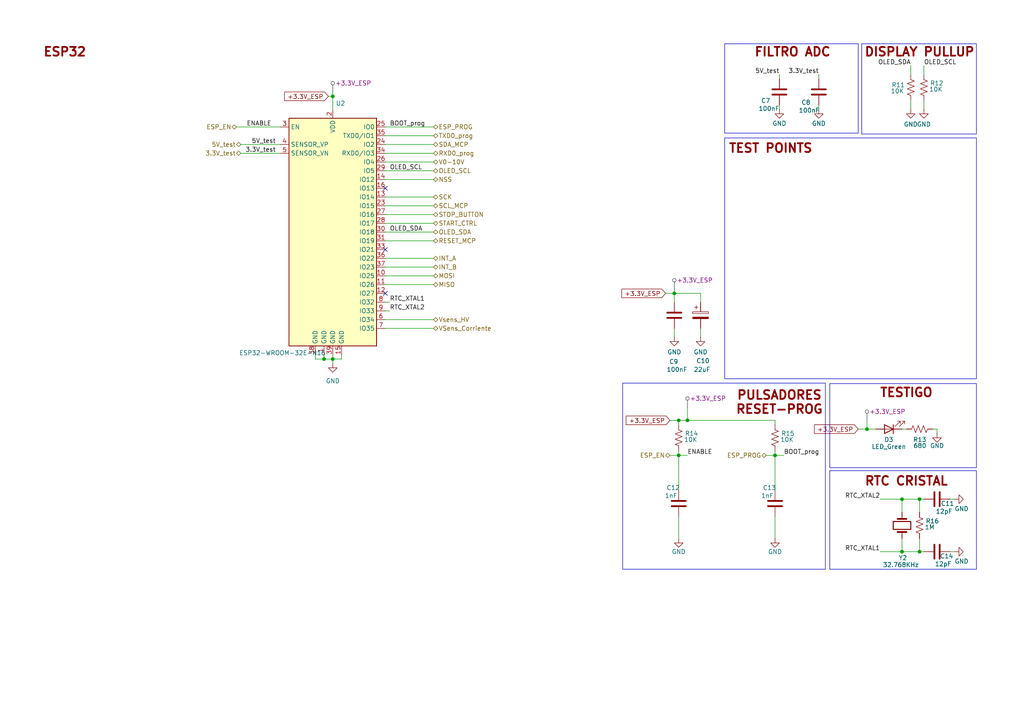
<source format=kicad_sch>
(kicad_sch
	(version 20250114)
	(generator "eeschema")
	(generator_version "9.0")
	(uuid "695607c7-eec7-4382-b560-88c7cf1f1034")
	(paper "A4")
	(title_block
		(title "Variador de frecuencia LVDC")
		(date "2025-08-05")
		(rev "0")
		(company "Andrenacci - Carra")
	)
	(lib_symbols
		(symbol "Device:C"
			(pin_numbers
				(hide yes)
			)
			(pin_names
				(offset 0.254)
			)
			(exclude_from_sim no)
			(in_bom yes)
			(on_board yes)
			(property "Reference" "C"
				(at 0.635 2.54 0)
				(effects
					(font
						(size 1.27 1.27)
					)
					(justify left)
				)
			)
			(property "Value" "C"
				(at 0.635 -2.54 0)
				(effects
					(font
						(size 1.27 1.27)
					)
					(justify left)
				)
			)
			(property "Footprint" ""
				(at 0.9652 -3.81 0)
				(effects
					(font
						(size 1.27 1.27)
					)
					(hide yes)
				)
			)
			(property "Datasheet" "~"
				(at 0 0 0)
				(effects
					(font
						(size 1.27 1.27)
					)
					(hide yes)
				)
			)
			(property "Description" "Unpolarized capacitor"
				(at 0 0 0)
				(effects
					(font
						(size 1.27 1.27)
					)
					(hide yes)
				)
			)
			(property "ki_keywords" "cap capacitor"
				(at 0 0 0)
				(effects
					(font
						(size 1.27 1.27)
					)
					(hide yes)
				)
			)
			(property "ki_fp_filters" "C_*"
				(at 0 0 0)
				(effects
					(font
						(size 1.27 1.27)
					)
					(hide yes)
				)
			)
			(symbol "C_0_1"
				(polyline
					(pts
						(xy -2.032 0.762) (xy 2.032 0.762)
					)
					(stroke
						(width 0.508)
						(type default)
					)
					(fill
						(type none)
					)
				)
				(polyline
					(pts
						(xy -2.032 -0.762) (xy 2.032 -0.762)
					)
					(stroke
						(width 0.508)
						(type default)
					)
					(fill
						(type none)
					)
				)
			)
			(symbol "C_1_1"
				(pin passive line
					(at 0 3.81 270)
					(length 2.794)
					(name "~"
						(effects
							(font
								(size 1.27 1.27)
							)
						)
					)
					(number "1"
						(effects
							(font
								(size 1.27 1.27)
							)
						)
					)
				)
				(pin passive line
					(at 0 -3.81 90)
					(length 2.794)
					(name "~"
						(effects
							(font
								(size 1.27 1.27)
							)
						)
					)
					(number "2"
						(effects
							(font
								(size 1.27 1.27)
							)
						)
					)
				)
			)
			(embedded_fonts no)
		)
		(symbol "Device:C_Polarized"
			(pin_numbers
				(hide yes)
			)
			(pin_names
				(offset 0.254)
			)
			(exclude_from_sim no)
			(in_bom yes)
			(on_board yes)
			(property "Reference" "C"
				(at 0.635 2.54 0)
				(effects
					(font
						(size 1.27 1.27)
					)
					(justify left)
				)
			)
			(property "Value" "C_Polarized"
				(at 0.635 -2.54 0)
				(effects
					(font
						(size 1.27 1.27)
					)
					(justify left)
				)
			)
			(property "Footprint" ""
				(at 0.9652 -3.81 0)
				(effects
					(font
						(size 1.27 1.27)
					)
					(hide yes)
				)
			)
			(property "Datasheet" "~"
				(at 0 0 0)
				(effects
					(font
						(size 1.27 1.27)
					)
					(hide yes)
				)
			)
			(property "Description" "Polarized capacitor"
				(at 0 0 0)
				(effects
					(font
						(size 1.27 1.27)
					)
					(hide yes)
				)
			)
			(property "ki_keywords" "cap capacitor"
				(at 0 0 0)
				(effects
					(font
						(size 1.27 1.27)
					)
					(hide yes)
				)
			)
			(property "ki_fp_filters" "CP_*"
				(at 0 0 0)
				(effects
					(font
						(size 1.27 1.27)
					)
					(hide yes)
				)
			)
			(symbol "C_Polarized_0_1"
				(rectangle
					(start -2.286 0.508)
					(end 2.286 1.016)
					(stroke
						(width 0)
						(type default)
					)
					(fill
						(type none)
					)
				)
				(polyline
					(pts
						(xy -1.778 2.286) (xy -0.762 2.286)
					)
					(stroke
						(width 0)
						(type default)
					)
					(fill
						(type none)
					)
				)
				(polyline
					(pts
						(xy -1.27 2.794) (xy -1.27 1.778)
					)
					(stroke
						(width 0)
						(type default)
					)
					(fill
						(type none)
					)
				)
				(rectangle
					(start 2.286 -0.508)
					(end -2.286 -1.016)
					(stroke
						(width 0)
						(type default)
					)
					(fill
						(type outline)
					)
				)
			)
			(symbol "C_Polarized_1_1"
				(pin passive line
					(at 0 3.81 270)
					(length 2.794)
					(name "~"
						(effects
							(font
								(size 1.27 1.27)
							)
						)
					)
					(number "1"
						(effects
							(font
								(size 1.27 1.27)
							)
						)
					)
				)
				(pin passive line
					(at 0 -3.81 90)
					(length 2.794)
					(name "~"
						(effects
							(font
								(size 1.27 1.27)
							)
						)
					)
					(number "2"
						(effects
							(font
								(size 1.27 1.27)
							)
						)
					)
				)
			)
			(embedded_fonts no)
		)
		(symbol "Device:Crystal"
			(pin_numbers
				(hide yes)
			)
			(pin_names
				(offset 1.016)
				(hide yes)
			)
			(exclude_from_sim no)
			(in_bom yes)
			(on_board yes)
			(property "Reference" "Y"
				(at 0 3.81 0)
				(effects
					(font
						(size 1.27 1.27)
					)
				)
			)
			(property "Value" "Crystal"
				(at 0 -3.81 0)
				(effects
					(font
						(size 1.27 1.27)
					)
				)
			)
			(property "Footprint" ""
				(at 0 0 0)
				(effects
					(font
						(size 1.27 1.27)
					)
					(hide yes)
				)
			)
			(property "Datasheet" "~"
				(at 0 0 0)
				(effects
					(font
						(size 1.27 1.27)
					)
					(hide yes)
				)
			)
			(property "Description" "Two pin crystal"
				(at 0 0 0)
				(effects
					(font
						(size 1.27 1.27)
					)
					(hide yes)
				)
			)
			(property "ki_keywords" "quartz ceramic resonator oscillator"
				(at 0 0 0)
				(effects
					(font
						(size 1.27 1.27)
					)
					(hide yes)
				)
			)
			(property "ki_fp_filters" "Crystal*"
				(at 0 0 0)
				(effects
					(font
						(size 1.27 1.27)
					)
					(hide yes)
				)
			)
			(symbol "Crystal_0_1"
				(polyline
					(pts
						(xy -2.54 0) (xy -1.905 0)
					)
					(stroke
						(width 0)
						(type default)
					)
					(fill
						(type none)
					)
				)
				(polyline
					(pts
						(xy -1.905 -1.27) (xy -1.905 1.27)
					)
					(stroke
						(width 0.508)
						(type default)
					)
					(fill
						(type none)
					)
				)
				(rectangle
					(start -1.143 2.54)
					(end 1.143 -2.54)
					(stroke
						(width 0.3048)
						(type default)
					)
					(fill
						(type none)
					)
				)
				(polyline
					(pts
						(xy 1.905 -1.27) (xy 1.905 1.27)
					)
					(stroke
						(width 0.508)
						(type default)
					)
					(fill
						(type none)
					)
				)
				(polyline
					(pts
						(xy 2.54 0) (xy 1.905 0)
					)
					(stroke
						(width 0)
						(type default)
					)
					(fill
						(type none)
					)
				)
			)
			(symbol "Crystal_1_1"
				(pin passive line
					(at -3.81 0 0)
					(length 1.27)
					(name "1"
						(effects
							(font
								(size 1.27 1.27)
							)
						)
					)
					(number "1"
						(effects
							(font
								(size 1.27 1.27)
							)
						)
					)
				)
				(pin passive line
					(at 3.81 0 180)
					(length 1.27)
					(name "2"
						(effects
							(font
								(size 1.27 1.27)
							)
						)
					)
					(number "2"
						(effects
							(font
								(size 1.27 1.27)
							)
						)
					)
				)
			)
			(embedded_fonts no)
		)
		(symbol "Device:LED"
			(pin_numbers
				(hide yes)
			)
			(pin_names
				(offset 1.016)
				(hide yes)
			)
			(exclude_from_sim no)
			(in_bom yes)
			(on_board yes)
			(property "Reference" "D"
				(at 0 2.54 0)
				(effects
					(font
						(size 1.27 1.27)
					)
				)
			)
			(property "Value" "LED"
				(at 0 -2.54 0)
				(effects
					(font
						(size 1.27 1.27)
					)
				)
			)
			(property "Footprint" ""
				(at 0 0 0)
				(effects
					(font
						(size 1.27 1.27)
					)
					(hide yes)
				)
			)
			(property "Datasheet" "~"
				(at 0 0 0)
				(effects
					(font
						(size 1.27 1.27)
					)
					(hide yes)
				)
			)
			(property "Description" "Light emitting diode"
				(at 0 0 0)
				(effects
					(font
						(size 1.27 1.27)
					)
					(hide yes)
				)
			)
			(property "Sim.Pins" "1=K 2=A"
				(at 0 0 0)
				(effects
					(font
						(size 1.27 1.27)
					)
					(hide yes)
				)
			)
			(property "ki_keywords" "LED diode"
				(at 0 0 0)
				(effects
					(font
						(size 1.27 1.27)
					)
					(hide yes)
				)
			)
			(property "ki_fp_filters" "LED* LED_SMD:* LED_THT:*"
				(at 0 0 0)
				(effects
					(font
						(size 1.27 1.27)
					)
					(hide yes)
				)
			)
			(symbol "LED_0_1"
				(polyline
					(pts
						(xy -3.048 -0.762) (xy -4.572 -2.286) (xy -3.81 -2.286) (xy -4.572 -2.286) (xy -4.572 -1.524)
					)
					(stroke
						(width 0)
						(type default)
					)
					(fill
						(type none)
					)
				)
				(polyline
					(pts
						(xy -1.778 -0.762) (xy -3.302 -2.286) (xy -2.54 -2.286) (xy -3.302 -2.286) (xy -3.302 -1.524)
					)
					(stroke
						(width 0)
						(type default)
					)
					(fill
						(type none)
					)
				)
				(polyline
					(pts
						(xy -1.27 0) (xy 1.27 0)
					)
					(stroke
						(width 0)
						(type default)
					)
					(fill
						(type none)
					)
				)
				(polyline
					(pts
						(xy -1.27 -1.27) (xy -1.27 1.27)
					)
					(stroke
						(width 0.254)
						(type default)
					)
					(fill
						(type none)
					)
				)
				(polyline
					(pts
						(xy 1.27 -1.27) (xy 1.27 1.27) (xy -1.27 0) (xy 1.27 -1.27)
					)
					(stroke
						(width 0.254)
						(type default)
					)
					(fill
						(type none)
					)
				)
			)
			(symbol "LED_1_1"
				(pin passive line
					(at -3.81 0 0)
					(length 2.54)
					(name "K"
						(effects
							(font
								(size 1.27 1.27)
							)
						)
					)
					(number "1"
						(effects
							(font
								(size 1.27 1.27)
							)
						)
					)
				)
				(pin passive line
					(at 3.81 0 180)
					(length 2.54)
					(name "A"
						(effects
							(font
								(size 1.27 1.27)
							)
						)
					)
					(number "2"
						(effects
							(font
								(size 1.27 1.27)
							)
						)
					)
				)
			)
			(embedded_fonts no)
		)
		(symbol "Device:R_US"
			(pin_numbers
				(hide yes)
			)
			(pin_names
				(offset 0)
			)
			(exclude_from_sim no)
			(in_bom yes)
			(on_board yes)
			(property "Reference" "R"
				(at 2.54 0 90)
				(effects
					(font
						(size 1.27 1.27)
					)
				)
			)
			(property "Value" "R_US"
				(at -2.54 0 90)
				(effects
					(font
						(size 1.27 1.27)
					)
				)
			)
			(property "Footprint" ""
				(at 1.016 -0.254 90)
				(effects
					(font
						(size 1.27 1.27)
					)
					(hide yes)
				)
			)
			(property "Datasheet" "~"
				(at 0 0 0)
				(effects
					(font
						(size 1.27 1.27)
					)
					(hide yes)
				)
			)
			(property "Description" "Resistor, US symbol"
				(at 0 0 0)
				(effects
					(font
						(size 1.27 1.27)
					)
					(hide yes)
				)
			)
			(property "ki_keywords" "R res resistor"
				(at 0 0 0)
				(effects
					(font
						(size 1.27 1.27)
					)
					(hide yes)
				)
			)
			(property "ki_fp_filters" "R_*"
				(at 0 0 0)
				(effects
					(font
						(size 1.27 1.27)
					)
					(hide yes)
				)
			)
			(symbol "R_US_0_1"
				(polyline
					(pts
						(xy 0 2.286) (xy 0 2.54)
					)
					(stroke
						(width 0)
						(type default)
					)
					(fill
						(type none)
					)
				)
				(polyline
					(pts
						(xy 0 2.286) (xy 1.016 1.905) (xy 0 1.524) (xy -1.016 1.143) (xy 0 0.762)
					)
					(stroke
						(width 0)
						(type default)
					)
					(fill
						(type none)
					)
				)
				(polyline
					(pts
						(xy 0 0.762) (xy 1.016 0.381) (xy 0 0) (xy -1.016 -0.381) (xy 0 -0.762)
					)
					(stroke
						(width 0)
						(type default)
					)
					(fill
						(type none)
					)
				)
				(polyline
					(pts
						(xy 0 -0.762) (xy 1.016 -1.143) (xy 0 -1.524) (xy -1.016 -1.905) (xy 0 -2.286)
					)
					(stroke
						(width 0)
						(type default)
					)
					(fill
						(type none)
					)
				)
				(polyline
					(pts
						(xy 0 -2.286) (xy 0 -2.54)
					)
					(stroke
						(width 0)
						(type default)
					)
					(fill
						(type none)
					)
				)
			)
			(symbol "R_US_1_1"
				(pin passive line
					(at 0 3.81 270)
					(length 1.27)
					(name "~"
						(effects
							(font
								(size 1.27 1.27)
							)
						)
					)
					(number "1"
						(effects
							(font
								(size 1.27 1.27)
							)
						)
					)
				)
				(pin passive line
					(at 0 -3.81 90)
					(length 1.27)
					(name "~"
						(effects
							(font
								(size 1.27 1.27)
							)
						)
					)
					(number "2"
						(effects
							(font
								(size 1.27 1.27)
							)
						)
					)
				)
			)
			(embedded_fonts no)
		)
		(symbol "RF_Module:ESP32-WROOM-32E"
			(exclude_from_sim no)
			(in_bom yes)
			(on_board yes)
			(property "Reference" "U3"
				(at 2.1433 38.1 0)
				(effects
					(font
						(size 1.27 1.27)
					)
					(justify left)
				)
			)
			(property "Value" "ESP32-WROOM-32E"
				(at 2.1433 35.56 0)
				(effects
					(font
						(size 1.27 1.27)
					)
					(justify left)
				)
			)
			(property "Footprint" "RF_Module:ESP32-WROOM-32D"
				(at 16.51 -34.29 0)
				(effects
					(font
						(size 1.27 1.27)
					)
					(hide yes)
				)
			)
			(property "Datasheet" "https://www.espressif.com/sites/default/files/documentation/esp32-wroom-32e_esp32-wroom-32ue_datasheet_en.pdf"
				(at 0 0 0)
				(effects
					(font
						(size 1.27 1.27)
					)
					(hide yes)
				)
			)
			(property "Description" "RF Module, ESP32-D0WD-V3 SoC, without PSRAM, Wi-Fi 802.11b/g/n, Bluetooth, BLE, 32-bit, 2.7-3.6V, onboard antenna, SMD"
				(at 0 0 0)
				(effects
					(font
						(size 1.27 1.27)
					)
					(hide yes)
				)
			)
			(property "ki_keywords" "RF Radio BT ESP ESP32 Espressif onboard PCB antenna"
				(at 0 0 0)
				(effects
					(font
						(size 1.27 1.27)
					)
					(hide yes)
				)
			)
			(property "ki_fp_filters" "ESP32?WROOM?32D*"
				(at 0 0 0)
				(effects
					(font
						(size 1.27 1.27)
					)
					(hide yes)
				)
			)
			(symbol "ESP32-WROOM-32E_0_1"
				(rectangle
					(start -12.7 33.02)
					(end 12.7 -33.02)
					(stroke
						(width 0.254)
						(type default)
					)
					(fill
						(type background)
					)
				)
			)
			(symbol "ESP32-WROOM-32E_1_1"
				(pin input line
					(at -15.24 30.48 0)
					(length 2.54)
					(name "EN"
						(effects
							(font
								(size 1.27 1.27)
							)
						)
					)
					(number "3"
						(effects
							(font
								(size 1.27 1.27)
							)
						)
					)
				)
				(pin input line
					(at -15.24 25.4 0)
					(length 2.54)
					(name "SENSOR_VP"
						(effects
							(font
								(size 1.27 1.27)
							)
						)
					)
					(number "4"
						(effects
							(font
								(size 1.27 1.27)
							)
						)
					)
				)
				(pin input line
					(at -15.24 22.86 0)
					(length 2.54)
					(name "SENSOR_VN"
						(effects
							(font
								(size 1.27 1.27)
							)
						)
					)
					(number "5"
						(effects
							(font
								(size 1.27 1.27)
							)
						)
					)
				)
				(pin no_connect line
					(at -12.7 0 0)
					(length 2.54)
					(hide yes)
					(name "NC"
						(effects
							(font
								(size 1.27 1.27)
							)
						)
					)
					(number "21"
						(effects
							(font
								(size 1.27 1.27)
							)
						)
					)
				)
				(pin no_connect line
					(at -12.7 -2.54 0)
					(length 2.54)
					(hide yes)
					(name "NC"
						(effects
							(font
								(size 1.27 1.27)
							)
						)
					)
					(number "22"
						(effects
							(font
								(size 1.27 1.27)
							)
						)
					)
				)
				(pin no_connect line
					(at -12.7 -5.08 0)
					(length 2.54)
					(hide yes)
					(name "NC"
						(effects
							(font
								(size 1.27 1.27)
							)
						)
					)
					(number "17"
						(effects
							(font
								(size 1.27 1.27)
							)
						)
					)
				)
				(pin no_connect line
					(at -12.7 -7.62 0)
					(length 2.54)
					(hide yes)
					(name "NC"
						(effects
							(font
								(size 1.27 1.27)
							)
						)
					)
					(number "18"
						(effects
							(font
								(size 1.27 1.27)
							)
						)
					)
				)
				(pin no_connect line
					(at -12.7 -10.16 0)
					(length 2.54)
					(hide yes)
					(name "NC"
						(effects
							(font
								(size 1.27 1.27)
							)
						)
					)
					(number "20"
						(effects
							(font
								(size 1.27 1.27)
							)
						)
					)
				)
				(pin no_connect line
					(at -12.7 -12.7 0)
					(length 2.54)
					(hide yes)
					(name "NC"
						(effects
							(font
								(size 1.27 1.27)
							)
						)
					)
					(number "19"
						(effects
							(font
								(size 1.27 1.27)
							)
						)
					)
				)
				(pin no_connect line
					(at -12.7 -27.94 0)
					(length 2.54)
					(hide yes)
					(name "NC"
						(effects
							(font
								(size 1.27 1.27)
							)
						)
					)
					(number "32"
						(effects
							(font
								(size 1.27 1.27)
							)
						)
					)
				)
				(pin passive line
					(at -5.08 -35.56 90)
					(length 2.54)
					(name "GND"
						(effects
							(font
								(size 1.27 1.27)
							)
						)
					)
					(number "38"
						(effects
							(font
								(size 1.27 1.27)
							)
						)
					)
				)
				(pin power_in line
					(at -2.54 -35.56 90)
					(length 2.54)
					(name "GND"
						(effects
							(font
								(size 1.27 1.27)
							)
						)
					)
					(number "1"
						(effects
							(font
								(size 1.27 1.27)
							)
						)
					)
				)
				(pin power_in line
					(at 0 35.56 270)
					(length 2.54)
					(name "VDD"
						(effects
							(font
								(size 1.27 1.27)
							)
						)
					)
					(number "2"
						(effects
							(font
								(size 1.27 1.27)
							)
						)
					)
				)
				(pin passive line
					(at 0 -35.56 90)
					(length 2.54)
					(name "GND"
						(effects
							(font
								(size 1.27 1.27)
							)
						)
					)
					(number "39"
						(effects
							(font
								(size 1.27 1.27)
							)
						)
					)
				)
				(pin passive line
					(at 2.54 -35.56 90)
					(length 2.54)
					(name "GND"
						(effects
							(font
								(size 1.27 1.27)
							)
						)
					)
					(number "15"
						(effects
							(font
								(size 1.27 1.27)
							)
						)
					)
				)
				(pin bidirectional line
					(at 15.24 30.48 180)
					(length 2.54)
					(name "IO0"
						(effects
							(font
								(size 1.27 1.27)
							)
						)
					)
					(number "25"
						(effects
							(font
								(size 1.27 1.27)
							)
						)
					)
				)
				(pin bidirectional line
					(at 15.24 27.94 180)
					(length 2.54)
					(name "TXD0/IO1"
						(effects
							(font
								(size 1.27 1.27)
							)
						)
					)
					(number "35"
						(effects
							(font
								(size 1.27 1.27)
							)
						)
					)
				)
				(pin bidirectional line
					(at 15.24 25.4 180)
					(length 2.54)
					(name "IO2"
						(effects
							(font
								(size 1.27 1.27)
							)
						)
					)
					(number "24"
						(effects
							(font
								(size 1.27 1.27)
							)
						)
					)
				)
				(pin bidirectional line
					(at 15.24 22.86 180)
					(length 2.54)
					(name "RXD0/IO3"
						(effects
							(font
								(size 1.27 1.27)
							)
						)
					)
					(number "34"
						(effects
							(font
								(size 1.27 1.27)
							)
						)
					)
				)
				(pin bidirectional line
					(at 15.24 20.32 180)
					(length 2.54)
					(name "IO4"
						(effects
							(font
								(size 1.27 1.27)
							)
						)
					)
					(number "26"
						(effects
							(font
								(size 1.27 1.27)
							)
						)
					)
				)
				(pin bidirectional line
					(at 15.24 17.78 180)
					(length 2.54)
					(name "IO5"
						(effects
							(font
								(size 1.27 1.27)
							)
						)
					)
					(number "29"
						(effects
							(font
								(size 1.27 1.27)
							)
						)
					)
				)
				(pin bidirectional line
					(at 15.24 15.24 180)
					(length 2.54)
					(name "IO12"
						(effects
							(font
								(size 1.27 1.27)
							)
						)
					)
					(number "14"
						(effects
							(font
								(size 1.27 1.27)
							)
						)
					)
				)
				(pin bidirectional line
					(at 15.24 12.7 180)
					(length 2.54)
					(name "IO13"
						(effects
							(font
								(size 1.27 1.27)
							)
						)
					)
					(number "16"
						(effects
							(font
								(size 1.27 1.27)
							)
						)
					)
				)
				(pin bidirectional line
					(at 15.24 10.16 180)
					(length 2.54)
					(name "IO14"
						(effects
							(font
								(size 1.27 1.27)
							)
						)
					)
					(number "13"
						(effects
							(font
								(size 1.27 1.27)
							)
						)
					)
				)
				(pin bidirectional line
					(at 15.24 7.62 180)
					(length 2.54)
					(name "IO15"
						(effects
							(font
								(size 1.27 1.27)
							)
						)
					)
					(number "23"
						(effects
							(font
								(size 1.27 1.27)
							)
						)
					)
				)
				(pin bidirectional line
					(at 15.24 5.08 180)
					(length 2.54)
					(name "IO16"
						(effects
							(font
								(size 1.27 1.27)
							)
						)
					)
					(number "27"
						(effects
							(font
								(size 1.27 1.27)
							)
						)
					)
				)
				(pin bidirectional line
					(at 15.24 2.54 180)
					(length 2.54)
					(name "IO17"
						(effects
							(font
								(size 1.27 1.27)
							)
						)
					)
					(number "28"
						(effects
							(font
								(size 1.27 1.27)
							)
						)
					)
				)
				(pin bidirectional line
					(at 15.24 0 180)
					(length 2.54)
					(name "IO18"
						(effects
							(font
								(size 1.27 1.27)
							)
						)
					)
					(number "30"
						(effects
							(font
								(size 1.27 1.27)
							)
						)
					)
				)
				(pin bidirectional line
					(at 15.24 -2.54 180)
					(length 2.54)
					(name "IO19"
						(effects
							(font
								(size 1.27 1.27)
							)
						)
					)
					(number "31"
						(effects
							(font
								(size 1.27 1.27)
							)
						)
					)
				)
				(pin bidirectional line
					(at 15.24 -5.08 180)
					(length 2.54)
					(name "IO21"
						(effects
							(font
								(size 1.27 1.27)
							)
						)
					)
					(number "33"
						(effects
							(font
								(size 1.27 1.27)
							)
						)
					)
				)
				(pin bidirectional line
					(at 15.24 -7.62 180)
					(length 2.54)
					(name "IO22"
						(effects
							(font
								(size 1.27 1.27)
							)
						)
					)
					(number "36"
						(effects
							(font
								(size 1.27 1.27)
							)
						)
					)
				)
				(pin bidirectional line
					(at 15.24 -10.16 180)
					(length 2.54)
					(name "IO23"
						(effects
							(font
								(size 1.27 1.27)
							)
						)
					)
					(number "37"
						(effects
							(font
								(size 1.27 1.27)
							)
						)
					)
				)
				(pin bidirectional line
					(at 15.24 -12.7 180)
					(length 2.54)
					(name "IO25"
						(effects
							(font
								(size 1.27 1.27)
							)
						)
					)
					(number "10"
						(effects
							(font
								(size 1.27 1.27)
							)
						)
					)
				)
				(pin bidirectional line
					(at 15.24 -15.24 180)
					(length 2.54)
					(name "IO26"
						(effects
							(font
								(size 1.27 1.27)
							)
						)
					)
					(number "11"
						(effects
							(font
								(size 1.27 1.27)
							)
						)
					)
				)
				(pin bidirectional line
					(at 15.24 -17.78 180)
					(length 2.54)
					(name "IO27"
						(effects
							(font
								(size 1.27 1.27)
							)
						)
					)
					(number "12"
						(effects
							(font
								(size 1.27 1.27)
							)
						)
					)
				)
				(pin bidirectional line
					(at 15.24 -20.32 180)
					(length 2.54)
					(name "IO32"
						(effects
							(font
								(size 1.27 1.27)
							)
						)
					)
					(number "8"
						(effects
							(font
								(size 1.27 1.27)
							)
						)
					)
				)
				(pin bidirectional line
					(at 15.24 -22.86 180)
					(length 2.54)
					(name "IO33"
						(effects
							(font
								(size 1.27 1.27)
							)
						)
					)
					(number "9"
						(effects
							(font
								(size 1.27 1.27)
							)
						)
					)
				)
				(pin input line
					(at 15.24 -25.4 180)
					(length 2.54)
					(name "IO34"
						(effects
							(font
								(size 1.27 1.27)
							)
						)
					)
					(number "6"
						(effects
							(font
								(size 1.27 1.27)
							)
						)
					)
				)
				(pin input line
					(at 15.24 -27.94 180)
					(length 2.54)
					(name "IO35"
						(effects
							(font
								(size 1.27 1.27)
							)
						)
					)
					(number "7"
						(effects
							(font
								(size 1.27 1.27)
							)
						)
					)
				)
			)
			(embedded_fonts no)
		)
		(symbol "power:GND"
			(power)
			(pin_numbers
				(hide yes)
			)
			(pin_names
				(offset 0)
				(hide yes)
			)
			(exclude_from_sim no)
			(in_bom yes)
			(on_board yes)
			(property "Reference" "#PWR"
				(at 0 -6.35 0)
				(effects
					(font
						(size 1.27 1.27)
					)
					(hide yes)
				)
			)
			(property "Value" "GND"
				(at 0 -3.81 0)
				(effects
					(font
						(size 1.27 1.27)
					)
				)
			)
			(property "Footprint" ""
				(at 0 0 0)
				(effects
					(font
						(size 1.27 1.27)
					)
					(hide yes)
				)
			)
			(property "Datasheet" ""
				(at 0 0 0)
				(effects
					(font
						(size 1.27 1.27)
					)
					(hide yes)
				)
			)
			(property "Description" "Power symbol creates a global label with name \"GND\" , ground"
				(at 0 0 0)
				(effects
					(font
						(size 1.27 1.27)
					)
					(hide yes)
				)
			)
			(property "ki_keywords" "global power"
				(at 0 0 0)
				(effects
					(font
						(size 1.27 1.27)
					)
					(hide yes)
				)
			)
			(symbol "GND_0_1"
				(polyline
					(pts
						(xy 0 0) (xy 0 -1.27) (xy 1.27 -1.27) (xy 0 -2.54) (xy -1.27 -1.27) (xy 0 -1.27)
					)
					(stroke
						(width 0)
						(type default)
					)
					(fill
						(type none)
					)
				)
			)
			(symbol "GND_1_1"
				(pin power_in line
					(at 0 0 270)
					(length 0)
					(name "~"
						(effects
							(font
								(size 1.27 1.27)
							)
						)
					)
					(number "1"
						(effects
							(font
								(size 1.27 1.27)
							)
						)
					)
				)
			)
			(embedded_fonts no)
		)
	)
	(rectangle
		(start 249.936 12.7)
		(end 283.21 38.862)
		(stroke
			(width 0)
			(type default)
		)
		(fill
			(type none)
		)
		(uuid 08eeb13d-1c65-4975-a277-de51e3c6f3ca)
	)
	(rectangle
		(start 180.594 111.125)
		(end 239.395 165.1)
		(stroke
			(width 0)
			(type default)
		)
		(fill
			(type none)
		)
		(uuid 1b9476ce-4d89-4796-8b78-915b7075adb5)
	)
	(rectangle
		(start 210.185 40.005)
		(end 283.21 109.855)
		(stroke
			(width 0)
			(type default)
		)
		(fill
			(type none)
		)
		(uuid 3ec3ee79-75c5-4741-a2e8-a35267759beb)
	)
	(rectangle
		(start 240.665 111.252)
		(end 283.21 135.636)
		(stroke
			(width 0)
			(type default)
		)
		(fill
			(type none)
		)
		(uuid 73b98913-7d4b-4824-bf67-7af9283f5be1)
	)
	(rectangle
		(start 210.185 12.7)
		(end 248.92 38.608)
		(stroke
			(width 0)
			(type default)
		)
		(fill
			(type none)
		)
		(uuid 8daa1682-1595-4b3b-8247-ea62e1b74b98)
	)
	(rectangle
		(start 240.665 136.525)
		(end 283.21 165.1)
		(stroke
			(width 0)
			(type default)
		)
		(fill
			(type none)
		)
		(uuid c4202bc5-2b28-4138-9c7a-b3fb4de39258)
	)
	(text "DISPLAY PULLUP"
		(exclude_from_sim no)
		(at 266.7 15.24 0)
		(effects
			(font
				(size 2.54 2.54)
				(thickness 0.508)
				(bold yes)
				(color 132 0 0 1)
			)
		)
		(uuid "0aa5611d-a737-4be1-abd3-2efb0371074a")
	)
	(text "ESP32"
		(exclude_from_sim no)
		(at 18.796 15.24 0)
		(effects
			(font
				(size 2.54 2.54)
				(thickness 0.508)
				(bold yes)
				(color 132 0 0 1)
			)
		)
		(uuid "6085b969-4f77-49aa-bb11-32cfe6563367")
	)
	(text "FILTRO ADC"
		(exclude_from_sim no)
		(at 229.87 15.24 0)
		(effects
			(font
				(size 2.54 2.54)
				(thickness 0.508)
				(bold yes)
				(color 132 0 0 1)
			)
		)
		(uuid "6fc2488b-fd09-40d7-8d7d-9e82ff6abc03")
	)
	(text "TESTIGO"
		(exclude_from_sim no)
		(at 262.89 114.046 0)
		(effects
			(font
				(size 2.54 2.54)
				(thickness 0.508)
				(bold yes)
				(color 132 0 0 1)
			)
		)
		(uuid "78059268-54c1-49f4-a0b2-148d7c9ab488")
	)
	(text "PULSADORES\nRESET-PROG"
		(exclude_from_sim no)
		(at 226.06 116.84 0)
		(effects
			(font
				(size 2.54 2.54)
				(thickness 0.508)
				(bold yes)
				(color 132 0 0 1)
			)
		)
		(uuid "8ed2ef39-7706-4253-96ce-8d2c34c62b8f")
	)
	(text "TEST POINTS"
		(exclude_from_sim no)
		(at 223.52 43.18 0)
		(effects
			(font
				(size 2.54 2.54)
				(thickness 0.508)
				(bold yes)
				(color 132 0 0 1)
			)
		)
		(uuid "910ac817-3d05-4d15-ad08-7475e0a9776c")
	)
	(text "RTC CRISTAL"
		(exclude_from_sim no)
		(at 262.89 139.7 0)
		(effects
			(font
				(size 2.54 2.54)
				(thickness 0.508)
				(bold yes)
				(color 132 0 0 1)
			)
		)
		(uuid "c63ee845-043e-49fb-ad0e-4a84b22126e1")
	)
	(junction
		(at 196.85 132.08)
		(diameter 0)
		(color 0 0 0 0)
		(uuid "1a1ea2d5-d73f-40cc-9ad4-79d260b557fc")
	)
	(junction
		(at 266.7 160.02)
		(diameter 0)
		(color 0 0 0 0)
		(uuid "1c05dbdf-03cd-4ea5-a23c-5ad040c7ba5c")
	)
	(junction
		(at 266.7 144.78)
		(diameter 0)
		(color 0 0 0 0)
		(uuid "378c9a08-233d-496b-8922-d435502f055f")
	)
	(junction
		(at 196.85 121.92)
		(diameter 0)
		(color 0 0 0 0)
		(uuid "41d06737-1447-4e5e-9371-4b9f1ac67feb")
	)
	(junction
		(at 251.46 124.46)
		(diameter 0)
		(color 0 0 0 0)
		(uuid "45734c93-c03e-4d97-8106-7c3b5006fc09")
	)
	(junction
		(at 93.98 104.14)
		(diameter 0)
		(color 0 0 0 0)
		(uuid "49a3ced2-2570-4903-b3d7-d1a5e67f071d")
	)
	(junction
		(at 96.52 104.14)
		(diameter 0)
		(color 0 0 0 0)
		(uuid "60d9e8c1-4d58-4568-a23a-6894048f4abb")
	)
	(junction
		(at 195.58 85.09)
		(diameter 0)
		(color 0 0 0 0)
		(uuid "85532f62-1576-4934-9a4c-add3344d2d4f")
	)
	(junction
		(at 199.39 121.92)
		(diameter 0)
		(color 0 0 0 0)
		(uuid "a16d6b3c-1b76-4513-b47e-e6e35ae8c4c7")
	)
	(junction
		(at 261.62 160.02)
		(diameter 0)
		(color 0 0 0 0)
		(uuid "cc41f849-44b1-4d73-bdbd-6a633d7f11ee")
	)
	(junction
		(at 224.79 132.08)
		(diameter 0)
		(color 0 0 0 0)
		(uuid "e909c60c-1204-45f5-918d-1fbad0876f16")
	)
	(junction
		(at 261.62 144.78)
		(diameter 0)
		(color 0 0 0 0)
		(uuid "eca887c6-fbe2-4d87-93f2-ef3150e53604")
	)
	(junction
		(at 96.52 27.94)
		(diameter 0)
		(color 0 0 0 0)
		(uuid "f796fdf9-4e13-400a-8a85-1b93b2bb6310")
	)
	(no_connect
		(at 111.76 72.39)
		(uuid "569a45d9-0a34-4467-bcf0-c460c3f220f1")
	)
	(no_connect
		(at 111.76 54.61)
		(uuid "937f6f86-d904-4cf5-938b-8b4b21bcf127")
	)
	(no_connect
		(at 111.76 85.09)
		(uuid "bd6bfdba-e163-49f9-83d1-c76e89ef8200")
	)
	(wire
		(pts
			(xy 91.44 104.14) (xy 93.98 104.14)
		)
		(stroke
			(width 0)
			(type default)
		)
		(uuid "0184a865-79cf-4599-9e02-ac8ce05d0b7b")
	)
	(wire
		(pts
			(xy 96.52 105.41) (xy 96.52 104.14)
		)
		(stroke
			(width 0)
			(type default)
		)
		(uuid "026bc3a2-6ac6-4e82-9fa5-ffe3e41e2abb")
	)
	(wire
		(pts
			(xy 111.76 92.71) (xy 125.73 92.71)
		)
		(stroke
			(width 0)
			(type default)
		)
		(uuid "13f4da23-a58a-4960-8e64-e8e457d86df3")
	)
	(wire
		(pts
			(xy 195.58 85.09) (xy 195.58 83.82)
		)
		(stroke
			(width 0)
			(type default)
		)
		(uuid "16d7b813-4b5d-40f7-95c6-c4debf30b822")
	)
	(wire
		(pts
			(xy 195.58 95.25) (xy 195.58 97.79)
		)
		(stroke
			(width 0)
			(type default)
		)
		(uuid "174d9c18-d4f2-492d-8f4b-4d904a92d248")
	)
	(wire
		(pts
			(xy 224.79 132.08) (xy 227.33 132.08)
		)
		(stroke
			(width 0)
			(type default)
		)
		(uuid "186b1d14-992b-4b57-ac6a-14b610a277a7")
	)
	(wire
		(pts
			(xy 111.76 39.37) (xy 125.73 39.37)
		)
		(stroke
			(width 0)
			(type default)
		)
		(uuid "220eee6c-6c19-45d0-b093-2e16e7588ca2")
	)
	(wire
		(pts
			(xy 266.7 160.02) (xy 267.97 160.02)
		)
		(stroke
			(width 0)
			(type default)
		)
		(uuid "23a449e8-b73b-4f32-b345-eaedf03edefd")
	)
	(wire
		(pts
			(xy 125.73 77.47) (xy 111.76 77.47)
		)
		(stroke
			(width 0)
			(type default)
		)
		(uuid "254e9200-9d6a-44c1-a2af-dbee8bfc6c8e")
	)
	(wire
		(pts
			(xy 251.46 121.92) (xy 251.46 124.46)
		)
		(stroke
			(width 0)
			(type default)
		)
		(uuid "27e752e8-706b-4751-8f29-a375681e1bb3")
	)
	(wire
		(pts
			(xy 261.62 160.02) (xy 266.7 160.02)
		)
		(stroke
			(width 0)
			(type default)
		)
		(uuid "29fdc716-b409-4719-a0ab-354374334eae")
	)
	(wire
		(pts
			(xy 195.58 87.63) (xy 195.58 85.09)
		)
		(stroke
			(width 0)
			(type default)
		)
		(uuid "2c9b6175-5db4-423d-a23b-b8a852d576bd")
	)
	(wire
		(pts
			(xy 93.98 104.14) (xy 96.52 104.14)
		)
		(stroke
			(width 0)
			(type default)
		)
		(uuid "2e556b57-4ae3-4f1d-8e8c-bc186aabfcbc")
	)
	(wire
		(pts
			(xy 261.62 124.46) (xy 262.89 124.46)
		)
		(stroke
			(width 0)
			(type default)
		)
		(uuid "35078840-b868-47ff-97c0-5f0323581891")
	)
	(wire
		(pts
			(xy 69.85 41.91) (xy 81.28 41.91)
		)
		(stroke
			(width 0)
			(type default)
		)
		(uuid "42707557-10bf-40dd-b5b0-9b446d7765af")
	)
	(wire
		(pts
			(xy 111.76 36.83) (xy 125.73 36.83)
		)
		(stroke
			(width 0)
			(type default)
		)
		(uuid "42ec821f-85a1-4716-9e37-6d5375da3b7c")
	)
	(wire
		(pts
			(xy 111.76 46.99) (xy 125.73 46.99)
		)
		(stroke
			(width 0)
			(type default)
		)
		(uuid "44b3447c-9f54-4b59-aea6-5e0d3bba37df")
	)
	(wire
		(pts
			(xy 261.62 144.78) (xy 266.7 144.78)
		)
		(stroke
			(width 0)
			(type default)
		)
		(uuid "49eb5f4a-e3be-4e8d-b6f3-9a3eef7358cb")
	)
	(wire
		(pts
			(xy 111.76 82.55) (xy 125.73 82.55)
		)
		(stroke
			(width 0)
			(type default)
		)
		(uuid "4a51e056-83ea-4913-bccb-8f53861f989b")
	)
	(wire
		(pts
			(xy 125.73 74.93) (xy 111.76 74.93)
		)
		(stroke
			(width 0)
			(type default)
		)
		(uuid "4b26b3d9-e67c-4cd4-916e-756bcf1df75e")
	)
	(wire
		(pts
			(xy 111.76 67.31) (xy 125.73 67.31)
		)
		(stroke
			(width 0)
			(type default)
		)
		(uuid "4cc5be41-a13e-493e-9fe0-41744cf476cd")
	)
	(wire
		(pts
			(xy 125.73 80.01) (xy 111.76 80.01)
		)
		(stroke
			(width 0)
			(type default)
		)
		(uuid "507eae30-251f-49e5-a770-090fc1c1fa3b")
	)
	(wire
		(pts
			(xy 224.79 149.86) (xy 224.79 156.21)
		)
		(stroke
			(width 0)
			(type default)
		)
		(uuid "50abeedf-fd92-46a3-8d51-5e4f65335072")
	)
	(wire
		(pts
			(xy 266.7 144.78) (xy 266.7 148.59)
		)
		(stroke
			(width 0)
			(type default)
		)
		(uuid "53b976ee-5080-47d5-a9b7-349ab5505b93")
	)
	(wire
		(pts
			(xy 111.76 49.53) (xy 125.73 49.53)
		)
		(stroke
			(width 0)
			(type default)
		)
		(uuid "54817d15-85af-4b65-aa8d-a2b3042fd09b")
	)
	(wire
		(pts
			(xy 267.97 19.05) (xy 267.97 21.59)
		)
		(stroke
			(width 0)
			(type default)
		)
		(uuid "571e19ce-bc8d-4069-8fdd-2915cd03f082")
	)
	(wire
		(pts
			(xy 111.76 87.63) (xy 113.03 87.63)
		)
		(stroke
			(width 0)
			(type default)
		)
		(uuid "57716549-1392-478b-915a-6f451a73a192")
	)
	(wire
		(pts
			(xy 91.44 102.87) (xy 91.44 104.14)
		)
		(stroke
			(width 0)
			(type default)
		)
		(uuid "585f8de2-cf6d-4203-880f-3b9e3107cceb")
	)
	(wire
		(pts
			(xy 99.06 102.87) (xy 99.06 104.14)
		)
		(stroke
			(width 0)
			(type default)
		)
		(uuid "59914ac9-45cb-4f15-b67d-0c1d7456f8ba")
	)
	(wire
		(pts
			(xy 93.98 102.87) (xy 93.98 104.14)
		)
		(stroke
			(width 0)
			(type default)
		)
		(uuid "5ba1f85c-bf2c-4ba3-9a64-d8ff0a5d5bdd")
	)
	(wire
		(pts
			(xy 196.85 130.81) (xy 196.85 132.08)
		)
		(stroke
			(width 0)
			(type default)
		)
		(uuid "5c5b85d1-165d-479e-8e09-c651ff9bf343")
	)
	(wire
		(pts
			(xy 275.59 160.02) (xy 276.86 160.02)
		)
		(stroke
			(width 0)
			(type default)
		)
		(uuid "5ce42555-14f6-4f0e-8ef6-caa0ea46e7d6")
	)
	(wire
		(pts
			(xy 222.25 132.08) (xy 224.79 132.08)
		)
		(stroke
			(width 0)
			(type default)
		)
		(uuid "5fa22271-7495-4f02-b5ed-bb517183351a")
	)
	(wire
		(pts
			(xy 224.79 130.81) (xy 224.79 132.08)
		)
		(stroke
			(width 0)
			(type default)
		)
		(uuid "62ecb396-967f-454e-9c52-954f39ee8abe")
	)
	(wire
		(pts
			(xy 196.85 132.08) (xy 196.85 142.24)
		)
		(stroke
			(width 0)
			(type default)
		)
		(uuid "657c09f6-4f98-4eb6-b24a-d3758163ba72")
	)
	(wire
		(pts
			(xy 199.39 118.11) (xy 199.39 121.92)
		)
		(stroke
			(width 0)
			(type default)
		)
		(uuid "67957899-2866-47b6-bda6-7af877a978e2")
	)
	(wire
		(pts
			(xy 111.76 90.17) (xy 113.03 90.17)
		)
		(stroke
			(width 0)
			(type default)
		)
		(uuid "6d5b9565-dc5c-41b0-a3e2-d1d2195a31ef")
	)
	(wire
		(pts
			(xy 237.49 31.75) (xy 237.49 30.48)
		)
		(stroke
			(width 0)
			(type default)
		)
		(uuid "6ef5f37e-fffe-4bf6-b6fb-f15176c48574")
	)
	(wire
		(pts
			(xy 125.73 64.77) (xy 111.76 64.77)
		)
		(stroke
			(width 0)
			(type default)
		)
		(uuid "70650f99-f7ca-4209-aad2-c2d7482c04f4")
	)
	(wire
		(pts
			(xy 193.04 85.09) (xy 195.58 85.09)
		)
		(stroke
			(width 0)
			(type default)
		)
		(uuid "728c42f4-7522-444e-9d74-758066a37d1c")
	)
	(wire
		(pts
			(xy 199.39 121.92) (xy 224.79 121.92)
		)
		(stroke
			(width 0)
			(type default)
		)
		(uuid "7620b1f7-d9d8-4da4-b187-139f6ff52701")
	)
	(wire
		(pts
			(xy 203.2 87.63) (xy 203.2 85.09)
		)
		(stroke
			(width 0)
			(type default)
		)
		(uuid "76d28ceb-c082-4137-9f10-9c233d76458b")
	)
	(wire
		(pts
			(xy 96.52 104.14) (xy 96.52 102.87)
		)
		(stroke
			(width 0)
			(type default)
		)
		(uuid "76ffa1d2-e8d5-407a-8c5b-38c55fa9c006")
	)
	(wire
		(pts
			(xy 255.27 160.02) (xy 261.62 160.02)
		)
		(stroke
			(width 0)
			(type default)
		)
		(uuid "7d572f3e-b4b8-4e63-9e8c-8a7e176d966c")
	)
	(wire
		(pts
			(xy 226.06 22.86) (xy 226.06 21.59)
		)
		(stroke
			(width 0)
			(type default)
		)
		(uuid "7dd0484d-57c4-4d3f-aa28-175f80a4768a")
	)
	(wire
		(pts
			(xy 237.49 22.86) (xy 237.49 21.59)
		)
		(stroke
			(width 0)
			(type default)
		)
		(uuid "805fe76e-61e1-47e1-8b2a-f25508e08763")
	)
	(wire
		(pts
			(xy 271.78 124.46) (xy 270.51 124.46)
		)
		(stroke
			(width 0)
			(type default)
		)
		(uuid "862e7ee8-f2d4-43c1-877f-6cbd57f68789")
	)
	(wire
		(pts
			(xy 125.73 69.85) (xy 111.76 69.85)
		)
		(stroke
			(width 0)
			(type default)
		)
		(uuid "8f42adaa-ed12-417e-8203-58e2dc10b375")
	)
	(wire
		(pts
			(xy 125.73 62.23) (xy 111.76 62.23)
		)
		(stroke
			(width 0)
			(type default)
		)
		(uuid "901669bd-6774-456b-b93e-679b37669c02")
	)
	(wire
		(pts
			(xy 226.06 31.75) (xy 226.06 30.48)
		)
		(stroke
			(width 0)
			(type default)
		)
		(uuid "928d2ed3-f7b0-4f15-9f3e-ca9cfd6b783f")
	)
	(wire
		(pts
			(xy 271.78 125.73) (xy 271.78 124.46)
		)
		(stroke
			(width 0)
			(type default)
		)
		(uuid "941e47f6-2321-4bfa-9492-863861839752")
	)
	(wire
		(pts
			(xy 261.62 144.78) (xy 261.62 148.59)
		)
		(stroke
			(width 0)
			(type default)
		)
		(uuid "9bd39b68-942c-44fd-a39a-5c196a898f6e")
	)
	(wire
		(pts
			(xy 194.31 132.08) (xy 196.85 132.08)
		)
		(stroke
			(width 0)
			(type default)
		)
		(uuid "a0fbc445-679c-420f-b85f-a16f1a675ea3")
	)
	(wire
		(pts
			(xy 194.31 121.92) (xy 196.85 121.92)
		)
		(stroke
			(width 0)
			(type default)
		)
		(uuid "a33bfb14-170b-43d8-863a-a0c56fecb1ce")
	)
	(wire
		(pts
			(xy 266.7 156.21) (xy 266.7 160.02)
		)
		(stroke
			(width 0)
			(type default)
		)
		(uuid "a461acb8-ce6a-465d-b51b-08466920e246")
	)
	(wire
		(pts
			(xy 255.27 144.78) (xy 261.62 144.78)
		)
		(stroke
			(width 0)
			(type default)
		)
		(uuid "ab0d56be-0396-48a5-97a5-17b76c1a338f")
	)
	(wire
		(pts
			(xy 264.16 19.05) (xy 264.16 21.59)
		)
		(stroke
			(width 0)
			(type default)
		)
		(uuid "ab84cc14-4984-4387-a64e-5a4c4c862d5c")
	)
	(wire
		(pts
			(xy 196.85 149.86) (xy 196.85 156.21)
		)
		(stroke
			(width 0)
			(type default)
		)
		(uuid "ae306050-6464-4c57-a864-b46e8a1cefdd")
	)
	(wire
		(pts
			(xy 266.7 144.78) (xy 267.97 144.78)
		)
		(stroke
			(width 0)
			(type default)
		)
		(uuid "aeb0b4a3-8f17-4d90-8afb-07d76eb10045")
	)
	(wire
		(pts
			(xy 96.52 104.14) (xy 99.06 104.14)
		)
		(stroke
			(width 0)
			(type default)
		)
		(uuid "b39bfe4e-f5ee-45e4-b51c-f2bba1761858")
	)
	(wire
		(pts
			(xy 125.73 59.69) (xy 111.76 59.69)
		)
		(stroke
			(width 0)
			(type default)
		)
		(uuid "b8ac9010-632d-4ba7-9eea-05bb9dae33bb")
	)
	(wire
		(pts
			(xy 125.73 41.91) (xy 111.76 41.91)
		)
		(stroke
			(width 0)
			(type default)
		)
		(uuid "c25917a9-f6df-4bfc-a3f8-f6a37dd03849")
	)
	(wire
		(pts
			(xy 195.58 85.09) (xy 203.2 85.09)
		)
		(stroke
			(width 0)
			(type default)
		)
		(uuid "c40b9bf4-6825-4dbc-8ecc-d33b60e0bc54")
	)
	(wire
		(pts
			(xy 203.2 95.25) (xy 203.2 97.79)
		)
		(stroke
			(width 0)
			(type default)
		)
		(uuid "c44a097f-75a0-4fbe-b993-e26e8602ceb4")
	)
	(wire
		(pts
			(xy 261.62 156.21) (xy 261.62 160.02)
		)
		(stroke
			(width 0)
			(type default)
		)
		(uuid "c765a6b8-94e3-478e-a149-ce883340cf5e")
	)
	(wire
		(pts
			(xy 248.92 124.46) (xy 251.46 124.46)
		)
		(stroke
			(width 0)
			(type default)
		)
		(uuid "cbf3e969-1b77-41d7-bc73-61ddb75013e8")
	)
	(wire
		(pts
			(xy 96.52 26.67) (xy 96.52 27.94)
		)
		(stroke
			(width 0)
			(type default)
		)
		(uuid "d010975a-815b-4775-bb18-a5a330ecdec1")
	)
	(wire
		(pts
			(xy 224.79 132.08) (xy 224.79 142.24)
		)
		(stroke
			(width 0)
			(type default)
		)
		(uuid "d11b062e-76f8-44a2-b8fd-12850030b0bc")
	)
	(wire
		(pts
			(xy 68.58 36.83) (xy 81.28 36.83)
		)
		(stroke
			(width 0)
			(type default)
		)
		(uuid "d3518ee6-4a74-4786-82bc-ce0f6a4997ad")
	)
	(wire
		(pts
			(xy 275.59 144.78) (xy 276.86 144.78)
		)
		(stroke
			(width 0)
			(type default)
		)
		(uuid "d65f189d-9719-4103-9e39-75c120ecbe5e")
	)
	(wire
		(pts
			(xy 96.52 27.94) (xy 96.52 31.75)
		)
		(stroke
			(width 0)
			(type default)
		)
		(uuid "ddbd44e0-7165-4850-8589-5470d13e15d2")
	)
	(wire
		(pts
			(xy 196.85 121.92) (xy 196.85 123.19)
		)
		(stroke
			(width 0)
			(type default)
		)
		(uuid "e262972e-ad24-4e35-9f34-8ad6c30dd5d3")
	)
	(wire
		(pts
			(xy 264.16 31.75) (xy 264.16 29.21)
		)
		(stroke
			(width 0)
			(type default)
		)
		(uuid "e62d3f3d-ec9d-484a-a987-c0745a8547a4")
	)
	(wire
		(pts
			(xy 111.76 95.25) (xy 125.73 95.25)
		)
		(stroke
			(width 0)
			(type default)
		)
		(uuid "e8253799-132e-41f2-8678-781dcff145c9")
	)
	(wire
		(pts
			(xy 111.76 57.15) (xy 125.73 57.15)
		)
		(stroke
			(width 0)
			(type default)
		)
		(uuid "ed3a99ed-7824-4a8f-9586-1d4f6f6c7483")
	)
	(wire
		(pts
			(xy 196.85 132.08) (xy 199.39 132.08)
		)
		(stroke
			(width 0)
			(type default)
		)
		(uuid "ee7efae5-91bb-4e3a-86f2-d7a2fcd1f5e8")
	)
	(wire
		(pts
			(xy 254 124.46) (xy 251.46 124.46)
		)
		(stroke
			(width 0)
			(type default)
		)
		(uuid "eead1661-1071-4827-afa1-a58bcc59dbae")
	)
	(wire
		(pts
			(xy 224.79 123.19) (xy 224.79 121.92)
		)
		(stroke
			(width 0)
			(type default)
		)
		(uuid "f059491b-29e3-464e-90ac-ca88ff94081a")
	)
	(wire
		(pts
			(xy 267.97 31.75) (xy 267.97 29.21)
		)
		(stroke
			(width 0)
			(type default)
		)
		(uuid "f0bf4258-8077-4d84-af94-4862d0554677")
	)
	(wire
		(pts
			(xy 95.25 27.94) (xy 96.52 27.94)
		)
		(stroke
			(width 0)
			(type default)
		)
		(uuid "f2f407ad-331b-4209-961f-830cb320678e")
	)
	(wire
		(pts
			(xy 111.76 44.45) (xy 125.73 44.45)
		)
		(stroke
			(width 0)
			(type default)
		)
		(uuid "f486ae7f-53e5-437b-9b14-ed46dddf883e")
	)
	(wire
		(pts
			(xy 196.85 121.92) (xy 199.39 121.92)
		)
		(stroke
			(width 0)
			(type default)
		)
		(uuid "f48fe247-c3f5-4b20-aa0f-ca084cdc9dcc")
	)
	(wire
		(pts
			(xy 111.76 52.07) (xy 125.73 52.07)
		)
		(stroke
			(width 0)
			(type default)
		)
		(uuid "f8422cad-d809-4237-a449-b48b9047d7d2")
	)
	(wire
		(pts
			(xy 69.85 44.45) (xy 81.28 44.45)
		)
		(stroke
			(width 0)
			(type default)
		)
		(uuid "fd6ae773-f992-4de2-bcb9-1171eb04c5f9")
	)
	(label "OLED_SCL"
		(at 113.03 49.53 0)
		(effects
			(font
				(size 1.27 1.27)
			)
			(justify left bottom)
		)
		(uuid "1bb89d23-8286-452e-bf5a-da6d02b7412d")
	)
	(label "RTC_XTAL1"
		(at 255.27 160.02 180)
		(effects
			(font
				(size 1.27 1.27)
			)
			(justify right bottom)
		)
		(uuid "451671c3-2310-4e36-be51-9fc8e058e272")
	)
	(label "OLED_SDA"
		(at 113.03 67.31 0)
		(effects
			(font
				(size 1.27 1.27)
			)
			(justify left bottom)
		)
		(uuid "504bfdf7-3fd6-4426-9485-6adb14597ce7")
	)
	(label "5V_test"
		(at 80.01 41.91 180)
		(effects
			(font
				(size 1.27 1.27)
			)
			(justify right bottom)
		)
		(uuid "522e3a11-80d0-43d9-9bc9-f7085ce10323")
	)
	(label "ENABLE"
		(at 199.39 132.08 0)
		(effects
			(font
				(size 1.27 1.27)
			)
			(justify left bottom)
		)
		(uuid "5261bae3-b81c-4210-9178-9008926a899b")
	)
	(label "5V_test"
		(at 226.06 21.59 180)
		(effects
			(font
				(size 1.27 1.27)
			)
			(justify right bottom)
		)
		(uuid "59ec243f-2c2c-4303-b480-4815719c7b76")
	)
	(label "BOOT_prog"
		(at 113.03 36.83 0)
		(effects
			(font
				(size 1.27 1.27)
			)
			(justify left bottom)
		)
		(uuid "5dc9ed84-5dd2-4efc-9303-c587ed9f20d0")
	)
	(label "ENABLE"
		(at 78.74 36.83 180)
		(effects
			(font
				(size 1.27 1.27)
			)
			(justify right bottom)
		)
		(uuid "767d1ff9-f1a1-46de-b851-0c28c41a2981")
	)
	(label "RTC_XTAL2"
		(at 113.03 90.17 0)
		(effects
			(font
				(size 1.27 1.27)
			)
			(justify left bottom)
		)
		(uuid "87b44525-bb0b-468d-ae70-03027fd75944")
	)
	(label "3.3V_test"
		(at 80.01 44.45 180)
		(effects
			(font
				(size 1.27 1.27)
			)
			(justify right bottom)
		)
		(uuid "911f3b5e-47f7-47ad-b88d-02c82d08fff1")
	)
	(label "RTC_XTAL1"
		(at 113.03 87.63 0)
		(effects
			(font
				(size 1.27 1.27)
			)
			(justify left bottom)
		)
		(uuid "c6ca8d24-1794-4ba0-a830-528ba4641c83")
	)
	(label "BOOT_prog"
		(at 227.33 132.08 0)
		(effects
			(font
				(size 1.27 1.27)
			)
			(justify left bottom)
		)
		(uuid "e5164eac-dc4a-4763-b51f-d06c7af1e88e")
	)
	(label "RTC_XTAL2"
		(at 255.27 144.78 180)
		(effects
			(font
				(size 1.27 1.27)
			)
			(justify right bottom)
		)
		(uuid "e8eda972-acd2-451a-b59a-d425b804f710")
	)
	(label "OLED_SCL"
		(at 267.97 19.05 0)
		(effects
			(font
				(size 1.27 1.27)
			)
			(justify left bottom)
		)
		(uuid "f56a736c-6431-46fe-ab78-d72d7d80d7b8")
	)
	(label "OLED_SDA"
		(at 264.16 19.05 180)
		(effects
			(font
				(size 1.27 1.27)
			)
			(justify right bottom)
		)
		(uuid "f94fb073-27b3-47a1-9036-4d539231858a")
	)
	(label "3.3V_test"
		(at 237.49 21.59 180)
		(effects
			(font
				(size 1.27 1.27)
			)
			(justify right bottom)
		)
		(uuid "fccbcaf4-94ea-43d0-b6c0-66b58e5dd42d")
	)
	(global_label "+3.3V_ESP"
		(shape input)
		(at 193.04 85.09 180)
		(fields_autoplaced yes)
		(effects
			(font
				(size 1.27 1.27)
			)
			(justify right)
		)
		(uuid "2d4d85de-354f-4cde-af58-6169abab1cdf")
		(property "Intersheetrefs" "${INTERSHEET_REFS}"
			(at 184.37 85.09 0)
			(effects
				(font
					(size 1.27 1.27)
				)
				(justify right)
				(hide yes)
			)
		)
	)
	(global_label "+3.3V_ESP"
		(shape input)
		(at 248.92 124.46 180)
		(fields_autoplaced yes)
		(effects
			(font
				(size 1.27 1.27)
			)
			(justify right)
		)
		(uuid "72d23ee2-e01c-40cf-9377-f262aedffd79")
		(property "Intersheetrefs" "${INTERSHEET_REFS}"
			(at 240.25 124.46 0)
			(effects
				(font
					(size 1.27 1.27)
				)
				(justify right)
				(hide yes)
			)
		)
	)
	(global_label "+3.3V_ESP"
		(shape input)
		(at 194.31 121.92 180)
		(fields_autoplaced yes)
		(effects
			(font
				(size 1.27 1.27)
			)
			(justify right)
		)
		(uuid "b9aa3594-105d-4b4a-9581-94932e9424d8")
		(property "Intersheetrefs" "${INTERSHEET_REFS}"
			(at 185.64 121.92 0)
			(effects
				(font
					(size 1.27 1.27)
				)
				(justify right)
				(hide yes)
			)
		)
	)
	(global_label "+3.3V_ESP"
		(shape input)
		(at 95.25 27.94 180)
		(fields_autoplaced yes)
		(effects
			(font
				(size 1.27 1.27)
			)
			(justify right)
		)
		(uuid "d98ca6c8-e4ee-46eb-956d-739d33aad664")
		(property "Intersheetrefs" "${INTERSHEET_REFS}"
			(at 86.58 27.94 0)
			(effects
				(font
					(size 1.27 1.27)
				)
				(justify right)
				(hide yes)
			)
		)
	)
	(hierarchical_label "SCL_MCP"
		(shape bidirectional)
		(at 125.73 59.69 0)
		(effects
			(font
				(size 1.27 1.27)
			)
			(justify left)
		)
		(uuid "0385b030-4e3e-4c24-864f-c55236be128c")
	)
	(hierarchical_label "INT_A"
		(shape bidirectional)
		(at 125.73 74.93 0)
		(effects
			(font
				(size 1.27 1.27)
			)
			(justify left)
		)
		(uuid "10282fd7-b695-4c83-b179-03054d317e6a")
	)
	(hierarchical_label "START_CTRL"
		(shape bidirectional)
		(at 125.73 64.77 0)
		(effects
			(font
				(size 1.27 1.27)
			)
			(justify left)
		)
		(uuid "1c77d736-077f-4023-822c-c119ac237dfb")
	)
	(hierarchical_label "V0-10V"
		(shape bidirectional)
		(at 125.73 46.99 0)
		(effects
			(font
				(size 1.27 1.27)
			)
			(justify left)
		)
		(uuid "4b08a01b-962f-45bc-a5cf-ff9df7c876c6")
	)
	(hierarchical_label "5V_test"
		(shape bidirectional)
		(at 69.85 41.91 180)
		(effects
			(font
				(size 1.27 1.27)
			)
			(justify right)
		)
		(uuid "4bbe38e4-9f27-4bc9-b704-f52fd9b70e1e")
	)
	(hierarchical_label "RESET_MCP"
		(shape bidirectional)
		(at 125.73 69.85 0)
		(effects
			(font
				(size 1.27 1.27)
			)
			(justify left)
		)
		(uuid "5137013e-dc41-459b-ac49-f9fc2f858f0b")
	)
	(hierarchical_label "MOSI"
		(shape bidirectional)
		(at 125.73 80.01 0)
		(effects
			(font
				(size 1.27 1.27)
			)
			(justify left)
		)
		(uuid "5d9e9e35-eaf8-4823-826f-ab161f55b135")
	)
	(hierarchical_label "ESP_EN"
		(shape bidirectional)
		(at 194.31 132.08 180)
		(effects
			(font
				(size 1.27 1.27)
			)
			(justify right)
		)
		(uuid "66c80e90-9eeb-4cb2-b959-0fb0e2a077f1")
	)
	(hierarchical_label "OLED_SCL"
		(shape bidirectional)
		(at 125.73 49.53 0)
		(effects
			(font
				(size 1.27 1.27)
			)
			(justify left)
		)
		(uuid "7847ae67-2f5b-4416-83a9-406891922161")
	)
	(hierarchical_label "STOP_BUTTON"
		(shape bidirectional)
		(at 125.73 62.23 0)
		(effects
			(font
				(size 1.27 1.27)
			)
			(justify left)
		)
		(uuid "8f89b4d0-443d-4a5e-8dbd-29b9114874f4")
	)
	(hierarchical_label "TXD0_prog"
		(shape bidirectional)
		(at 125.73 39.37 0)
		(effects
			(font
				(size 1.27 1.27)
			)
			(justify left)
		)
		(uuid "9ee0f845-133e-41bc-bd33-d865f43fa69e")
	)
	(hierarchical_label "NSS"
		(shape bidirectional)
		(at 125.73 52.07 0)
		(effects
			(font
				(size 1.27 1.27)
			)
			(justify left)
		)
		(uuid "af225288-a408-4aa2-8a77-95c11911d162")
	)
	(hierarchical_label "ESP_EN"
		(shape bidirectional)
		(at 68.58 36.83 180)
		(effects
			(font
				(size 1.27 1.27)
			)
			(justify right)
		)
		(uuid "bcd73d46-ad43-4368-971c-4628deb40267")
	)
	(hierarchical_label "RXD0_prog"
		(shape bidirectional)
		(at 125.73 44.45 0)
		(effects
			(font
				(size 1.27 1.27)
			)
			(justify left)
		)
		(uuid "c046cd7e-79f4-4ee1-92c5-ff1e2d6b7423")
	)
	(hierarchical_label "ESP_PROG"
		(shape bidirectional)
		(at 222.25 132.08 180)
		(effects
			(font
				(size 1.27 1.27)
			)
			(justify right)
		)
		(uuid "c0d81cc1-df0a-47f4-8dc0-cd6464353b4e")
	)
	(hierarchical_label "VSens_Corriente"
		(shape bidirectional)
		(at 125.73 95.25 0)
		(effects
			(font
				(size 1.27 1.27)
			)
			(justify left)
		)
		(uuid "cc0bf6cc-66af-4ea4-9043-6182ae1f61de")
	)
	(hierarchical_label "ESP_PROG"
		(shape bidirectional)
		(at 125.73 36.83 0)
		(effects
			(font
				(size 1.27 1.27)
			)
			(justify left)
		)
		(uuid "e05779fd-b069-4154-aa57-f0d0a617c2b2")
	)
	(hierarchical_label "OLED_SDA"
		(shape bidirectional)
		(at 125.73 67.31 0)
		(effects
			(font
				(size 1.27 1.27)
			)
			(justify left)
		)
		(uuid "e10a1ee0-c15a-4173-8548-266852cc22f0")
	)
	(hierarchical_label "MISO"
		(shape bidirectional)
		(at 125.73 82.55 0)
		(effects
			(font
				(size 1.27 1.27)
			)
			(justify left)
		)
		(uuid "e61b324c-a3e5-48d2-81f2-af78c864f3ba")
	)
	(hierarchical_label "SCK"
		(shape bidirectional)
		(at 125.73 57.15 0)
		(effects
			(font
				(size 1.27 1.27)
			)
			(justify left)
		)
		(uuid "e966943b-7831-4249-9d38-69dff3a23fad")
	)
	(hierarchical_label "Vsens_HV"
		(shape bidirectional)
		(at 125.73 92.71 0)
		(effects
			(font
				(size 1.27 1.27)
			)
			(justify left)
		)
		(uuid "ecf9b3a7-e421-42b8-9e87-e521e5cd6b45")
	)
	(hierarchical_label "INT_B"
		(shape bidirectional)
		(at 125.73 77.47 0)
		(effects
			(font
				(size 1.27 1.27)
			)
			(justify left)
		)
		(uuid "f03b50e7-5245-45a9-98f0-f8aed9543f10")
	)
	(hierarchical_label "3.3V_test"
		(shape bidirectional)
		(at 69.85 44.45 180)
		(effects
			(font
				(size 1.27 1.27)
			)
			(justify right)
		)
		(uuid "f20768e0-eff7-46e5-983f-a3f253c01d10")
	)
	(hierarchical_label "SDA_MCP"
		(shape bidirectional)
		(at 125.73 41.91 0)
		(effects
			(font
				(size 1.27 1.27)
			)
			(justify left)
		)
		(uuid "ff208ed3-c58f-4d81-ba5a-0836fd29f016")
	)
	(netclass_flag ""
		(length 2.54)
		(shape round)
		(at 195.58 83.82 0)
		(fields_autoplaced yes)
		(effects
			(font
				(size 1.27 1.27)
			)
			(justify left bottom)
		)
		(uuid "69408a47-3fac-4aba-83ae-17cad349349f")
		(property "Netclass" "+3.3V_ESP"
			(at 196.2785 81.28 0)
			(effects
				(font
					(size 1.27 1.27)
				)
				(justify left)
			)
		)
		(property "Component Class" ""
			(at -100.33 16.51 0)
			(effects
				(font
					(size 1.27 1.27)
					(italic yes)
				)
			)
		)
	)
	(netclass_flag ""
		(length 2.54)
		(shape round)
		(at 251.46 121.92 0)
		(fields_autoplaced yes)
		(effects
			(font
				(size 1.27 1.27)
			)
			(justify left bottom)
		)
		(uuid "91ebedf8-5ee8-47f0-a170-d2b107de19b2")
		(property "Netclass" "+3.3V_ESP"
			(at 252.1585 119.38 0)
			(effects
				(font
					(size 1.27 1.27)
				)
				(justify left)
			)
		)
		(property "Component Class" ""
			(at -44.45 54.61 0)
			(effects
				(font
					(size 1.27 1.27)
					(italic yes)
				)
			)
		)
	)
	(netclass_flag ""
		(length 2.54)
		(shape round)
		(at 199.39 118.11 0)
		(fields_autoplaced yes)
		(effects
			(font
				(size 1.27 1.27)
			)
			(justify left bottom)
		)
		(uuid "9618694c-109d-4b44-ad72-71e9640fb5a9")
		(property "Netclass" "+3.3V_ESP"
			(at 200.0885 115.57 0)
			(effects
				(font
					(size 1.27 1.27)
				)
				(justify left)
			)
		)
		(property "Component Class" ""
			(at -96.52 50.8 0)
			(effects
				(font
					(size 1.27 1.27)
					(italic yes)
				)
			)
		)
	)
	(netclass_flag ""
		(length 2.54)
		(shape round)
		(at 96.52 26.67 0)
		(fields_autoplaced yes)
		(effects
			(font
				(size 1.27 1.27)
			)
			(justify left bottom)
		)
		(uuid "caecb1c5-9592-4ac0-a7bf-6a13f5b632e2")
		(property "Netclass" "+3.3V_ESP"
			(at 97.2185 24.13 0)
			(effects
				(font
					(size 1.27 1.27)
				)
				(justify left)
			)
		)
		(property "Component Class" ""
			(at -199.39 -40.64 0)
			(effects
				(font
					(size 1.27 1.27)
					(italic yes)
				)
			)
		)
	)
	(symbol
		(lib_id "power:GND")
		(at 267.97 31.75 0)
		(unit 1)
		(exclude_from_sim no)
		(in_bom yes)
		(on_board yes)
		(dnp no)
		(uuid "03a71a95-3e00-4baa-8878-c8ad60ebaff2")
		(property "Reference" "#PWR018"
			(at 267.97 38.1 0)
			(effects
				(font
					(size 1.27 1.27)
				)
				(hide yes)
			)
		)
		(property "Value" "GND"
			(at 267.97 36.068 0)
			(effects
				(font
					(size 1.27 1.27)
				)
			)
		)
		(property "Footprint" ""
			(at 267.97 31.75 0)
			(effects
				(font
					(size 1.27 1.27)
				)
				(hide yes)
			)
		)
		(property "Datasheet" ""
			(at 267.97 31.75 0)
			(effects
				(font
					(size 1.27 1.27)
				)
				(hide yes)
			)
		)
		(property "Description" "Power symbol creates a global label with name \"GND\" , ground"
			(at 267.97 31.75 0)
			(effects
				(font
					(size 1.27 1.27)
				)
				(hide yes)
			)
		)
		(pin "1"
			(uuid "fd6f6afa-91e6-4135-8ed6-13f7db1b7e75")
		)
		(instances
			(project "HMI_LVDC-Inverter"
				(path "/0057333c-5edf-4047-9690-4d1b87a98977/a762a5f7-801c-41ef-9dab-35eab0968df2"
					(reference "#PWR018")
					(unit 1)
				)
			)
		)
	)
	(symbol
		(lib_id "Device:R_US")
		(at 266.7 152.4 0)
		(unit 1)
		(exclude_from_sim no)
		(in_bom yes)
		(on_board yes)
		(dnp no)
		(uuid "051aae98-247d-4c88-b05a-c16ac2d76398")
		(property "Reference" "R16"
			(at 268.478 151.13 0)
			(effects
				(font
					(size 1.27 1.27)
				)
				(justify left)
			)
		)
		(property "Value" "1M"
			(at 268.224 152.908 0)
			(effects
				(font
					(size 1.27 1.27)
				)
				(justify left)
			)
		)
		(property "Footprint" "Resistor_SMD:R_0603_1608Metric_Pad0.98x0.95mm_HandSolder"
			(at 267.716 152.654 90)
			(effects
				(font
					(size 1.27 1.27)
				)
				(hide yes)
			)
		)
		(property "Datasheet" "https://www.lcsc.com/datasheet/C2074499.pdf"
			(at 266.7 152.4 0)
			(effects
				(font
					(size 1.27 1.27)
				)
				(hide yes)
			)
		)
		(property "Description" "Resistor, US symbol"
			(at 266.7 152.4 0)
			(effects
				(font
					(size 1.27 1.27)
				)
				(hide yes)
			)
		)
		(property "Footprint checked" "Yes"
			(at 266.7 152.4 0)
			(effects
				(font
					(size 1.27 1.27)
				)
				(hide yes)
			)
		)
		(property "Symbol checked" "Yes"
			(at 266.7 152.4 0)
			(effects
				(font
					(size 1.27 1.27)
				)
				(hide yes)
			)
		)
		(property "Price" "0.0357"
			(at 266.7 152.4 0)
			(effects
				(font
					(size 1.27 1.27)
				)
				(hide yes)
			)
		)
		(property "Footprint Checked" ""
			(at 266.7 152.4 0)
			(effects
				(font
					(size 1.27 1.27)
				)
				(hide yes)
			)
		)
		(property "Compra" "https://www.lcsc.com/product-detail/C2074499.html"
			(at 266.7 152.4 0)
			(effects
				(font
					(size 1.27 1.27)
				)
				(hide yes)
			)
		)
		(property "Manufacturer" "VISHAY"
			(at 266.7 152.4 0)
			(effects
				(font
					(size 1.27 1.27)
				)
				(hide yes)
			)
		)
		(property "Sim.Library" ""
			(at 266.7 152.4 0)
			(effects
				(font
					(size 1.27 1.27)
				)
				(hide yes)
			)
		)
		(pin "1"
			(uuid "c19b9b67-7711-46d2-8a9c-cdb3ece84a89")
		)
		(pin "2"
			(uuid "48a7341b-e8bf-40de-9bc2-f77a4fddbbc9")
		)
		(instances
			(project "HMI_LVDC-Inverter"
				(path "/0057333c-5edf-4047-9690-4d1b87a98977/a762a5f7-801c-41ef-9dab-35eab0968df2"
					(reference "R16")
					(unit 1)
				)
			)
		)
	)
	(symbol
		(lib_id "Device:R_US")
		(at 196.85 127 0)
		(unit 1)
		(exclude_from_sim no)
		(in_bom yes)
		(on_board yes)
		(dnp no)
		(uuid "05e9deae-2428-4819-8485-4c9bf937884e")
		(property "Reference" "R14"
			(at 198.628 125.73 0)
			(effects
				(font
					(size 1.27 1.27)
				)
				(justify left)
			)
		)
		(property "Value" "10K"
			(at 198.374 127.508 0)
			(effects
				(font
					(size 1.27 1.27)
				)
				(justify left)
			)
		)
		(property "Footprint" "Resistor_SMD:R_0603_1608Metric_Pad0.98x0.95mm_HandSolder"
			(at 197.866 127.254 90)
			(effects
				(font
					(size 1.27 1.27)
				)
				(hide yes)
			)
		)
		(property "Datasheet" "https://www.lcsc.com/datasheet/C491211.pdf"
			(at 196.85 127 0)
			(effects
				(font
					(size 1.27 1.27)
				)
				(hide yes)
			)
		)
		(property "Description" "Resistor, US symbol"
			(at 196.85 127 0)
			(effects
				(font
					(size 1.27 1.27)
				)
				(hide yes)
			)
		)
		(property "Footprint checked" "Yes"
			(at 196.85 127 0)
			(effects
				(font
					(size 1.27 1.27)
				)
				(hide yes)
			)
		)
		(property "Symbol checked" "Yes"
			(at 196.85 127 0)
			(effects
				(font
					(size 1.27 1.27)
				)
				(hide yes)
			)
		)
		(property "Price" "0.0321"
			(at 196.85 127 0)
			(effects
				(font
					(size 1.27 1.27)
				)
				(hide yes)
			)
		)
		(property "Footprint Checked" ""
			(at 196.85 127 0)
			(effects
				(font
					(size 1.27 1.27)
				)
				(hide yes)
			)
		)
		(property "Compra" "https://www.lcsc.com/product-detail/C491211.html"
			(at 196.85 127 0)
			(effects
				(font
					(size 1.27 1.27)
				)
				(hide yes)
			)
		)
		(property "Manufacturer" "PANASONIC"
			(at 196.85 127 0)
			(effects
				(font
					(size 1.27 1.27)
				)
				(hide yes)
			)
		)
		(property "Sim.Library" ""
			(at 196.85 127 0)
			(effects
				(font
					(size 1.27 1.27)
				)
				(hide yes)
			)
		)
		(pin "1"
			(uuid "e33b961c-d922-4884-8301-c90d1a816eba")
		)
		(pin "2"
			(uuid "09cf290b-f0c3-4aae-adc4-f1031c8fee5c")
		)
		(instances
			(project "HMI_LVDC-Inverter"
				(path "/0057333c-5edf-4047-9690-4d1b87a98977/a762a5f7-801c-41ef-9dab-35eab0968df2"
					(reference "R14")
					(unit 1)
				)
			)
		)
	)
	(symbol
		(lib_id "Device:R_US")
		(at 264.16 25.4 0)
		(unit 1)
		(exclude_from_sim no)
		(in_bom yes)
		(on_board yes)
		(dnp no)
		(uuid "0ff32263-26e1-42dd-8b5c-13b5e744526f")
		(property "Reference" "R11"
			(at 258.572 24.638 0)
			(effects
				(font
					(size 1.27 1.27)
				)
				(justify left)
			)
		)
		(property "Value" "10K"
			(at 258.318 26.416 0)
			(effects
				(font
					(size 1.27 1.27)
				)
				(justify left)
			)
		)
		(property "Footprint" "Resistor_SMD:R_0603_1608Metric_Pad0.98x0.95mm_HandSolder"
			(at 265.176 25.654 90)
			(effects
				(font
					(size 1.27 1.27)
				)
				(hide yes)
			)
		)
		(property "Datasheet" "https://www.lcsc.com/datasheet/C491211.pdf"
			(at 264.16 25.4 0)
			(effects
				(font
					(size 1.27 1.27)
				)
				(hide yes)
			)
		)
		(property "Description" "Resistor, US symbol"
			(at 264.16 25.4 0)
			(effects
				(font
					(size 1.27 1.27)
				)
				(hide yes)
			)
		)
		(property "Footprint checked" "Yes"
			(at 264.16 25.4 0)
			(effects
				(font
					(size 1.27 1.27)
				)
				(hide yes)
			)
		)
		(property "Symbol checked" "Yes"
			(at 264.16 25.4 0)
			(effects
				(font
					(size 1.27 1.27)
				)
				(hide yes)
			)
		)
		(property "Price" "0.0321"
			(at 264.16 25.4 0)
			(effects
				(font
					(size 1.27 1.27)
				)
				(hide yes)
			)
		)
		(property "Footprint Checked" ""
			(at 264.16 25.4 0)
			(effects
				(font
					(size 1.27 1.27)
				)
				(hide yes)
			)
		)
		(property "Compra" "https://www.lcsc.com/product-detail/C491211.html"
			(at 264.16 25.4 0)
			(effects
				(font
					(size 1.27 1.27)
				)
				(hide yes)
			)
		)
		(property "Manufacturer" "PANASONIC"
			(at 264.16 25.4 0)
			(effects
				(font
					(size 1.27 1.27)
				)
				(hide yes)
			)
		)
		(property "Sim.Library" ""
			(at 264.16 25.4 0)
			(effects
				(font
					(size 1.27 1.27)
				)
				(hide yes)
			)
		)
		(pin "1"
			(uuid "71e2bfd5-aa94-41a0-82e2-0a053c86b6c7")
		)
		(pin "2"
			(uuid "18f2fefe-0d1c-4f86-9810-632d5261132b")
		)
		(instances
			(project "HMI_LVDC-Inverter"
				(path "/0057333c-5edf-4047-9690-4d1b87a98977/a762a5f7-801c-41ef-9dab-35eab0968df2"
					(reference "R11")
					(unit 1)
				)
			)
		)
	)
	(symbol
		(lib_id "Device:C")
		(at 271.78 144.78 90)
		(unit 1)
		(exclude_from_sim no)
		(in_bom yes)
		(on_board yes)
		(dnp no)
		(uuid "19eef45e-d0cf-4084-a1f7-0c0ab1252027")
		(property "Reference" "C11"
			(at 274.828 146.05 90)
			(effects
				(font
					(size 1.27 1.27)
				)
			)
		)
		(property "Value" "12pF"
			(at 273.812 148.336 90)
			(effects
				(font
					(size 1.27 1.27)
				)
			)
		)
		(property "Footprint" "Capacitor_SMD:C_0603_1608Metric"
			(at 275.59 143.8148 0)
			(effects
				(font
					(size 1.27 1.27)
				)
				(hide yes)
			)
		)
		(property "Datasheet" "https://www.lcsc.com/datasheet/C519482.pdf"
			(at 271.78 144.78 0)
			(effects
				(font
					(size 1.27 1.27)
				)
				(hide yes)
			)
		)
		(property "Description" "Unpolarized capacitor"
			(at 271.78 144.78 0)
			(effects
				(font
					(size 1.27 1.27)
				)
				(hide yes)
			)
		)
		(property "Footprint checked" "Yes"
			(at 271.78 144.78 90)
			(effects
				(font
					(size 1.27 1.27)
				)
				(hide yes)
			)
		)
		(property "Symbol checked" "Yes"
			(at 271.78 144.78 90)
			(effects
				(font
					(size 1.27 1.27)
				)
				(hide yes)
			)
		)
		(property "Price" "0.1"
			(at 271.78 144.78 90)
			(effects
				(font
					(size 1.27 1.27)
				)
				(hide yes)
			)
		)
		(property "Manufacturer" "Yagueo"
			(at 271.78 144.78 90)
			(effects
				(font
					(size 1.27 1.27)
				)
				(hide yes)
			)
		)
		(property "Footprint Checked" ""
			(at 271.78 144.78 90)
			(effects
				(font
					(size 1.27 1.27)
				)
				(hide yes)
			)
		)
		(property "Compra" "https://www.lcsc.com/product-detail/C519482.html"
			(at 271.78 144.78 90)
			(effects
				(font
					(size 1.27 1.27)
				)
				(hide yes)
			)
		)
		(property "Sim.Library" ""
			(at 271.78 144.78 90)
			(effects
				(font
					(size 1.27 1.27)
				)
				(hide yes)
			)
		)
		(pin "1"
			(uuid "c2f34b5d-4b9f-40b0-9266-ba0fde9d9559")
		)
		(pin "2"
			(uuid "e82841d0-68de-422d-9e44-425d055bcf33")
		)
		(instances
			(project "HMI_LVDC-Inverter"
				(path "/0057333c-5edf-4047-9690-4d1b87a98977/a762a5f7-801c-41ef-9dab-35eab0968df2"
					(reference "C11")
					(unit 1)
				)
			)
		)
	)
	(symbol
		(lib_id "power:GND")
		(at 196.85 156.21 0)
		(unit 1)
		(exclude_from_sim no)
		(in_bom yes)
		(on_board yes)
		(dnp no)
		(uuid "21444c8c-99b6-4700-ab98-911ec64a31c6")
		(property "Reference" "#PWR024"
			(at 196.85 162.56 0)
			(effects
				(font
					(size 1.27 1.27)
				)
				(hide yes)
			)
		)
		(property "Value" "GND"
			(at 196.85 160.02 0)
			(effects
				(font
					(size 1.27 1.27)
				)
			)
		)
		(property "Footprint" ""
			(at 196.85 156.21 0)
			(effects
				(font
					(size 1.27 1.27)
				)
				(hide yes)
			)
		)
		(property "Datasheet" ""
			(at 196.85 156.21 0)
			(effects
				(font
					(size 1.27 1.27)
				)
				(hide yes)
			)
		)
		(property "Description" "Power symbol creates a global label with name \"GND\" , ground"
			(at 196.85 156.21 0)
			(effects
				(font
					(size 1.27 1.27)
				)
				(hide yes)
			)
		)
		(pin "1"
			(uuid "1bfc2c5a-cfec-477a-80fd-4b8ea18ff8ed")
		)
		(instances
			(project "HMI_LVDC-Inverter"
				(path "/0057333c-5edf-4047-9690-4d1b87a98977/a762a5f7-801c-41ef-9dab-35eab0968df2"
					(reference "#PWR024")
					(unit 1)
				)
			)
		)
	)
	(symbol
		(lib_id "power:GND")
		(at 96.52 105.41 0)
		(unit 1)
		(exclude_from_sim no)
		(in_bom yes)
		(on_board yes)
		(dnp no)
		(fields_autoplaced yes)
		(uuid "2761346f-975f-4b19-bbd1-d4974a077708")
		(property "Reference" "#PWR021"
			(at 96.52 111.76 0)
			(effects
				(font
					(size 1.27 1.27)
				)
				(hide yes)
			)
		)
		(property "Value" "GND"
			(at 96.52 110.49 0)
			(effects
				(font
					(size 1.27 1.27)
				)
			)
		)
		(property "Footprint" ""
			(at 96.52 105.41 0)
			(effects
				(font
					(size 1.27 1.27)
				)
				(hide yes)
			)
		)
		(property "Datasheet" ""
			(at 96.52 105.41 0)
			(effects
				(font
					(size 1.27 1.27)
				)
				(hide yes)
			)
		)
		(property "Description" "Power symbol creates a global label with name \"GND\" , ground"
			(at 96.52 105.41 0)
			(effects
				(font
					(size 1.27 1.27)
				)
				(hide yes)
			)
		)
		(pin "1"
			(uuid "e4fe2786-29ba-4900-a2ed-d2c64b0a5d3a")
		)
		(instances
			(project "HMI_LVDC-Inverter"
				(path "/0057333c-5edf-4047-9690-4d1b87a98977/a762a5f7-801c-41ef-9dab-35eab0968df2"
					(reference "#PWR021")
					(unit 1)
				)
			)
		)
	)
	(symbol
		(lib_id "Device:Crystal")
		(at 261.62 152.4 90)
		(unit 1)
		(exclude_from_sim yes)
		(in_bom yes)
		(on_board yes)
		(dnp no)
		(uuid "278cf458-2775-4c96-a708-776c4af81aad")
		(property "Reference" "Y2"
			(at 260.604 161.798 90)
			(effects
				(font
					(size 1.27 1.27)
				)
				(justify right)
			)
		)
		(property "Value" "32.768KHz"
			(at 256.032 163.83 90)
			(effects
				(font
					(size 1.27 1.27)
				)
				(justify right)
			)
		)
		(property "Footprint" "Crystal:Crystal_SMD_3215-2Pin_3.2x1.5mm"
			(at 261.62 152.4 0)
			(effects
				(font
					(size 1.27 1.27)
				)
				(hide yes)
			)
		)
		(property "Datasheet" "https://www.lcsc.com/datasheet/C32346.pdf"
			(at 261.62 152.4 0)
			(effects
				(font
					(size 1.27 1.27)
				)
				(hide yes)
			)
		)
		(property "Description" "Two pin crystal"
			(at 261.62 152.4 0)
			(effects
				(font
					(size 1.27 1.27)
				)
				(hide yes)
			)
		)
		(property "Compra" "https://www.lcsc.com/product-detail/C32346.html"
			(at 261.62 152.4 90)
			(effects
				(font
					(size 1.27 1.27)
				)
				(hide yes)
			)
		)
		(property "Footprint checked" "Yes"
			(at 261.62 152.4 90)
			(effects
				(font
					(size 1.27 1.27)
				)
				(hide yes)
			)
		)
		(property "Symbol checked" "Yes"
			(at 261.62 152.4 90)
			(effects
				(font
					(size 1.27 1.27)
				)
				(hide yes)
			)
		)
		(property "Price" "0.1898"
			(at 261.62 152.4 90)
			(effects
				(font
					(size 1.27 1.27)
				)
				(hide yes)
			)
		)
		(property "Manufacturer" "EPSON"
			(at 261.62 152.4 90)
			(effects
				(font
					(size 1.27 1.27)
				)
				(hide yes)
			)
		)
		(property "Footprint Checked" ""
			(at 261.62 152.4 90)
			(effects
				(font
					(size 1.27 1.27)
				)
				(hide yes)
			)
		)
		(property "Sim.Library" ""
			(at 261.62 152.4 90)
			(effects
				(font
					(size 1.27 1.27)
				)
				(hide yes)
			)
		)
		(pin "1"
			(uuid "81c939b7-d11e-48b7-8b4d-e9d418916864")
		)
		(pin "2"
			(uuid "f5dc0304-a5f2-4619-af4e-68ad02c90a3b")
		)
		(instances
			(project "HMI_LVDC-Inverter"
				(path "/0057333c-5edf-4047-9690-4d1b87a98977/a762a5f7-801c-41ef-9dab-35eab0968df2"
					(reference "Y2")
					(unit 1)
				)
			)
		)
	)
	(symbol
		(lib_id "power:GND")
		(at 264.16 31.75 0)
		(unit 1)
		(exclude_from_sim no)
		(in_bom yes)
		(on_board yes)
		(dnp no)
		(uuid "2ce1f22b-cd34-42b4-8ec7-91092e947348")
		(property "Reference" "#PWR017"
			(at 264.16 38.1 0)
			(effects
				(font
					(size 1.27 1.27)
				)
				(hide yes)
			)
		)
		(property "Value" "GND"
			(at 264.16 36.068 0)
			(effects
				(font
					(size 1.27 1.27)
				)
			)
		)
		(property "Footprint" ""
			(at 264.16 31.75 0)
			(effects
				(font
					(size 1.27 1.27)
				)
				(hide yes)
			)
		)
		(property "Datasheet" ""
			(at 264.16 31.75 0)
			(effects
				(font
					(size 1.27 1.27)
				)
				(hide yes)
			)
		)
		(property "Description" "Power symbol creates a global label with name \"GND\" , ground"
			(at 264.16 31.75 0)
			(effects
				(font
					(size 1.27 1.27)
				)
				(hide yes)
			)
		)
		(pin "1"
			(uuid "c6963ce7-20df-4614-af0c-99e9184c59c1")
		)
		(instances
			(project "HMI_LVDC-Inverter"
				(path "/0057333c-5edf-4047-9690-4d1b87a98977/a762a5f7-801c-41ef-9dab-35eab0968df2"
					(reference "#PWR017")
					(unit 1)
				)
			)
		)
	)
	(symbol
		(lib_id "power:GND")
		(at 224.79 156.21 0)
		(unit 1)
		(exclude_from_sim no)
		(in_bom yes)
		(on_board yes)
		(dnp no)
		(uuid "3de7f9c1-b59b-4cd9-b672-823261ceb157")
		(property "Reference" "#PWR025"
			(at 224.79 162.56 0)
			(effects
				(font
					(size 1.27 1.27)
				)
				(hide yes)
			)
		)
		(property "Value" "GND"
			(at 224.79 160.02 0)
			(effects
				(font
					(size 1.27 1.27)
				)
			)
		)
		(property "Footprint" ""
			(at 224.79 156.21 0)
			(effects
				(font
					(size 1.27 1.27)
				)
				(hide yes)
			)
		)
		(property "Datasheet" ""
			(at 224.79 156.21 0)
			(effects
				(font
					(size 1.27 1.27)
				)
				(hide yes)
			)
		)
		(property "Description" "Power symbol creates a global label with name \"GND\" , ground"
			(at 224.79 156.21 0)
			(effects
				(font
					(size 1.27 1.27)
				)
				(hide yes)
			)
		)
		(pin "1"
			(uuid "1fcc4cae-d691-4f4f-93e7-bf78f2a1dfe9")
		)
		(instances
			(project "HMI_LVDC-Inverter"
				(path "/0057333c-5edf-4047-9690-4d1b87a98977/a762a5f7-801c-41ef-9dab-35eab0968df2"
					(reference "#PWR025")
					(unit 1)
				)
			)
		)
	)
	(symbol
		(lib_id "power:GND")
		(at 276.86 144.78 90)
		(unit 1)
		(exclude_from_sim no)
		(in_bom yes)
		(on_board yes)
		(dnp no)
		(uuid "42df9eeb-e26f-4721-bf79-b05ba4abe587")
		(property "Reference" "#PWR023"
			(at 283.21 144.78 0)
			(effects
				(font
					(size 1.27 1.27)
				)
				(hide yes)
			)
		)
		(property "Value" "GND"
			(at 276.86 147.574 90)
			(effects
				(font
					(size 1.27 1.27)
				)
				(justify right)
			)
		)
		(property "Footprint" ""
			(at 276.86 144.78 0)
			(effects
				(font
					(size 1.27 1.27)
				)
				(hide yes)
			)
		)
		(property "Datasheet" ""
			(at 276.86 144.78 0)
			(effects
				(font
					(size 1.27 1.27)
				)
				(hide yes)
			)
		)
		(property "Description" "Power symbol creates a global label with name \"GND\" , ground"
			(at 276.86 144.78 0)
			(effects
				(font
					(size 1.27 1.27)
				)
				(hide yes)
			)
		)
		(pin "1"
			(uuid "b14a07cf-e062-496a-b2e6-f69648a1ce62")
		)
		(instances
			(project "HMI_LVDC-Inverter"
				(path "/0057333c-5edf-4047-9690-4d1b87a98977/a762a5f7-801c-41ef-9dab-35eab0968df2"
					(reference "#PWR023")
					(unit 1)
				)
			)
		)
	)
	(symbol
		(lib_id "Device:C")
		(at 237.49 26.67 0)
		(unit 1)
		(exclude_from_sim no)
		(in_bom yes)
		(on_board yes)
		(dnp no)
		(uuid "436d6ea4-314e-407f-879b-2f5d291368f2")
		(property "Reference" "C8"
			(at 232.41 29.718 0)
			(effects
				(font
					(size 1.27 1.27)
				)
				(justify left)
			)
		)
		(property "Value" "100nF"
			(at 231.648 32.004 0)
			(effects
				(font
					(size 1.27 1.27)
				)
				(justify left)
			)
		)
		(property "Footprint" "Capacitor_SMD:C_0603_1608Metric_Pad1.08x0.95mm_HandSolder"
			(at 238.4552 30.48 0)
			(effects
				(font
					(size 1.27 1.27)
				)
				(hide yes)
			)
		)
		(property "Datasheet" "https://www.lcsc.com/datasheet/C14663.pdf"
			(at 237.49 26.67 0)
			(effects
				(font
					(size 1.27 1.27)
				)
				(hide yes)
			)
		)
		(property "Description" "Unpolarized capacitor"
			(at 237.49 26.67 0)
			(effects
				(font
					(size 1.27 1.27)
				)
				(hide yes)
			)
		)
		(property "Footprint checked" "Yes"
			(at 237.49 26.67 0)
			(effects
				(font
					(size 1.27 1.27)
				)
				(hide yes)
			)
		)
		(property "Symbol checked" "Yes"
			(at 237.49 26.67 0)
			(effects
				(font
					(size 1.27 1.27)
				)
				(hide yes)
			)
		)
		(property "Price" "0.24"
			(at 237.49 26.67 0)
			(effects
				(font
					(size 1.27 1.27)
				)
				(hide yes)
			)
		)
		(property "Manufacturer" "Yagueo"
			(at 237.49 26.67 0)
			(effects
				(font
					(size 1.27 1.27)
				)
				(hide yes)
			)
		)
		(property "Footprint Checked" ""
			(at 237.49 26.67 0)
			(effects
				(font
					(size 1.27 1.27)
				)
				(hide yes)
			)
		)
		(property "Compra" "https://www.lcsc.com/product-detail/C14663.html"
			(at 237.49 26.67 0)
			(effects
				(font
					(size 1.27 1.27)
				)
				(hide yes)
			)
		)
		(property "Sim.Library" ""
			(at 237.49 26.67 0)
			(effects
				(font
					(size 1.27 1.27)
				)
				(hide yes)
			)
		)
		(pin "1"
			(uuid "410adb86-139d-44b8-bea3-a81a6ad50e3a")
		)
		(pin "2"
			(uuid "b844f627-bd3d-4066-88af-8b2d49ba0523")
		)
		(instances
			(project "HMI_LVDC-Inverter"
				(path "/0057333c-5edf-4047-9690-4d1b87a98977/a762a5f7-801c-41ef-9dab-35eab0968df2"
					(reference "C8")
					(unit 1)
				)
			)
		)
	)
	(symbol
		(lib_id "Device:LED")
		(at 257.81 124.46 180)
		(unit 1)
		(exclude_from_sim yes)
		(in_bom yes)
		(on_board yes)
		(dnp no)
		(uuid "438b089f-7a3a-4bd8-aa15-457d00b1c181")
		(property "Reference" "D3"
			(at 257.81 127.508 0)
			(effects
				(font
					(size 1.27 1.27)
				)
			)
		)
		(property "Value" "LED_Green"
			(at 257.81 129.54 0)
			(effects
				(font
					(size 1.27 1.27)
				)
			)
		)
		(property "Footprint" "LED_SMD:LED_0603_1608Metric_Pad1.05x0.95mm_HandSolder"
			(at 257.81 124.46 0)
			(effects
				(font
					(size 1.27 1.27)
				)
				(hide yes)
			)
		)
		(property "Datasheet" "https://www.lcsc.com/datasheet/C965804.pdf"
			(at 257.81 124.46 0)
			(effects
				(font
					(size 1.27 1.27)
				)
				(hide yes)
			)
		)
		(property "Description" "Light emitting diode"
			(at 257.81 124.46 0)
			(effects
				(font
					(size 1.27 1.27)
				)
				(hide yes)
			)
		)
		(property "Sim.Pins" "1=K 2=A"
			(at 257.81 124.46 0)
			(effects
				(font
					(size 1.27 1.27)
				)
				(hide yes)
			)
		)
		(property "Footprint Checked" ""
			(at 257.81 124.46 90)
			(effects
				(font
					(size 1.27 1.27)
				)
				(hide yes)
			)
		)
		(property "Compra" "https://www.lcsc.com/product-detail/C965804.html?s_z=n_XL-1608UGC-04"
			(at 257.81 124.46 90)
			(effects
				(font
					(size 1.27 1.27)
				)
				(hide yes)
			)
		)
		(property "Footprint checked" "Yes"
			(at 257.81 124.46 90)
			(effects
				(font
					(size 1.27 1.27)
				)
				(hide yes)
			)
		)
		(property "Manufacturer" "XINGLIGHT"
			(at 257.81 124.46 90)
			(effects
				(font
					(size 1.27 1.27)
				)
				(hide yes)
			)
		)
		(property "Price" "0.0044"
			(at 257.81 124.46 90)
			(effects
				(font
					(size 1.27 1.27)
				)
				(hide yes)
			)
		)
		(property "Symbol checked" "Yes"
			(at 257.81 124.46 90)
			(effects
				(font
					(size 1.27 1.27)
				)
				(hide yes)
			)
		)
		(property "Sim.Library" ""
			(at 257.81 124.46 0)
			(effects
				(font
					(size 1.27 1.27)
				)
				(hide yes)
			)
		)
		(pin "1"
			(uuid "1627776a-64df-4556-b7b2-bfc99d1b8030")
		)
		(pin "2"
			(uuid "0cb59cee-258c-44d8-af87-8ef0ad3c95b9")
		)
		(instances
			(project "HMI_LVDC-Inverter"
				(path "/0057333c-5edf-4047-9690-4d1b87a98977/a762a5f7-801c-41ef-9dab-35eab0968df2"
					(reference "D3")
					(unit 1)
				)
			)
		)
	)
	(symbol
		(lib_id "Device:C")
		(at 226.06 26.67 0)
		(unit 1)
		(exclude_from_sim no)
		(in_bom yes)
		(on_board yes)
		(dnp no)
		(uuid "55519b17-751c-4e30-8704-d56152954768")
		(property "Reference" "C7"
			(at 220.726 29.21 0)
			(effects
				(font
					(size 1.27 1.27)
				)
				(justify left)
			)
		)
		(property "Value" "100nF"
			(at 219.964 31.496 0)
			(effects
				(font
					(size 1.27 1.27)
				)
				(justify left)
			)
		)
		(property "Footprint" "Capacitor_SMD:C_0603_1608Metric_Pad1.08x0.95mm_HandSolder"
			(at 227.0252 30.48 0)
			(effects
				(font
					(size 1.27 1.27)
				)
				(hide yes)
			)
		)
		(property "Datasheet" "https://www.lcsc.com/datasheet/C14663.pdf"
			(at 226.06 26.67 0)
			(effects
				(font
					(size 1.27 1.27)
				)
				(hide yes)
			)
		)
		(property "Description" "Unpolarized capacitor"
			(at 226.06 26.67 0)
			(effects
				(font
					(size 1.27 1.27)
				)
				(hide yes)
			)
		)
		(property "Footprint checked" "Yes"
			(at 226.06 26.67 0)
			(effects
				(font
					(size 1.27 1.27)
				)
				(hide yes)
			)
		)
		(property "Symbol checked" "Yes"
			(at 226.06 26.67 0)
			(effects
				(font
					(size 1.27 1.27)
				)
				(hide yes)
			)
		)
		(property "Price" "0.24"
			(at 226.06 26.67 0)
			(effects
				(font
					(size 1.27 1.27)
				)
				(hide yes)
			)
		)
		(property "Manufacturer" "Yagueo"
			(at 226.06 26.67 0)
			(effects
				(font
					(size 1.27 1.27)
				)
				(hide yes)
			)
		)
		(property "Footprint Checked" ""
			(at 226.06 26.67 0)
			(effects
				(font
					(size 1.27 1.27)
				)
				(hide yes)
			)
		)
		(property "Compra" "https://www.lcsc.com/product-detail/C14663.html"
			(at 226.06 26.67 0)
			(effects
				(font
					(size 1.27 1.27)
				)
				(hide yes)
			)
		)
		(property "Sim.Library" ""
			(at 226.06 26.67 0)
			(effects
				(font
					(size 1.27 1.27)
				)
				(hide yes)
			)
		)
		(pin "1"
			(uuid "b444f82d-fe7f-4f4e-b5c9-1d2c772f56a6")
		)
		(pin "2"
			(uuid "1827c0ed-d528-412f-9b7a-132fe542c30c")
		)
		(instances
			(project "HMI_LVDC-Inverter"
				(path "/0057333c-5edf-4047-9690-4d1b87a98977/a762a5f7-801c-41ef-9dab-35eab0968df2"
					(reference "C7")
					(unit 1)
				)
			)
		)
	)
	(symbol
		(lib_id "power:GND")
		(at 195.58 97.79 0)
		(unit 1)
		(exclude_from_sim no)
		(in_bom yes)
		(on_board yes)
		(dnp no)
		(uuid "58eb17cd-3ae9-488f-a6d3-34fa43358a38")
		(property "Reference" "#PWR019"
			(at 195.58 104.14 0)
			(effects
				(font
					(size 1.27 1.27)
				)
				(hide yes)
			)
		)
		(property "Value" "GND"
			(at 195.58 102.108 0)
			(effects
				(font
					(size 1.27 1.27)
				)
			)
		)
		(property "Footprint" ""
			(at 195.58 97.79 0)
			(effects
				(font
					(size 1.27 1.27)
				)
				(hide yes)
			)
		)
		(property "Datasheet" ""
			(at 195.58 97.79 0)
			(effects
				(font
					(size 1.27 1.27)
				)
				(hide yes)
			)
		)
		(property "Description" "Power symbol creates a global label with name \"GND\" , ground"
			(at 195.58 97.79 0)
			(effects
				(font
					(size 1.27 1.27)
				)
				(hide yes)
			)
		)
		(pin "1"
			(uuid "a918116a-f07b-423c-88ae-6ca19a64c473")
		)
		(instances
			(project "HMI_LVDC-Inverter"
				(path "/0057333c-5edf-4047-9690-4d1b87a98977/a762a5f7-801c-41ef-9dab-35eab0968df2"
					(reference "#PWR019")
					(unit 1)
				)
			)
		)
	)
	(symbol
		(lib_id "Device:R_US")
		(at 267.97 25.4 0)
		(unit 1)
		(exclude_from_sim no)
		(in_bom yes)
		(on_board yes)
		(dnp no)
		(uuid "5a218e57-15f9-4580-8196-423d987da6f9")
		(property "Reference" "R12"
			(at 269.748 24.13 0)
			(effects
				(font
					(size 1.27 1.27)
				)
				(justify left)
			)
		)
		(property "Value" "10K"
			(at 269.494 25.908 0)
			(effects
				(font
					(size 1.27 1.27)
				)
				(justify left)
			)
		)
		(property "Footprint" "Resistor_SMD:R_0603_1608Metric_Pad0.98x0.95mm_HandSolder"
			(at 268.986 25.654 90)
			(effects
				(font
					(size 1.27 1.27)
				)
				(hide yes)
			)
		)
		(property "Datasheet" "https://www.lcsc.com/datasheet/C491211.pdf"
			(at 267.97 25.4 0)
			(effects
				(font
					(size 1.27 1.27)
				)
				(hide yes)
			)
		)
		(property "Description" "Resistor, US symbol"
			(at 267.97 25.4 0)
			(effects
				(font
					(size 1.27 1.27)
				)
				(hide yes)
			)
		)
		(property "Footprint checked" "Yes"
			(at 267.97 25.4 0)
			(effects
				(font
					(size 1.27 1.27)
				)
				(hide yes)
			)
		)
		(property "Symbol checked" "Yes"
			(at 267.97 25.4 0)
			(effects
				(font
					(size 1.27 1.27)
				)
				(hide yes)
			)
		)
		(property "Price" "0.0321"
			(at 267.97 25.4 0)
			(effects
				(font
					(size 1.27 1.27)
				)
				(hide yes)
			)
		)
		(property "Footprint Checked" ""
			(at 267.97 25.4 0)
			(effects
				(font
					(size 1.27 1.27)
				)
				(hide yes)
			)
		)
		(property "Compra" "https://www.lcsc.com/product-detail/C491211.html"
			(at 267.97 25.4 0)
			(effects
				(font
					(size 1.27 1.27)
				)
				(hide yes)
			)
		)
		(property "Manufacturer" "PANASONIC"
			(at 267.97 25.4 0)
			(effects
				(font
					(size 1.27 1.27)
				)
				(hide yes)
			)
		)
		(property "Sim.Library" ""
			(at 267.97 25.4 0)
			(effects
				(font
					(size 1.27 1.27)
				)
				(hide yes)
			)
		)
		(pin "1"
			(uuid "31d076a7-5148-4f75-93b3-fb4d5f3bdbe1")
		)
		(pin "2"
			(uuid "ada64aaa-25c5-445a-82d6-598e003d15cc")
		)
		(instances
			(project "HMI_LVDC-Inverter"
				(path "/0057333c-5edf-4047-9690-4d1b87a98977/a762a5f7-801c-41ef-9dab-35eab0968df2"
					(reference "R12")
					(unit 1)
				)
			)
		)
	)
	(symbol
		(lib_id "Device:R_US")
		(at 224.79 127 0)
		(unit 1)
		(exclude_from_sim no)
		(in_bom yes)
		(on_board yes)
		(dnp no)
		(uuid "67a1f0d5-8c60-4860-a76c-36c9ffdd0bc9")
		(property "Reference" "R15"
			(at 226.568 125.73 0)
			(effects
				(font
					(size 1.27 1.27)
				)
				(justify left)
			)
		)
		(property "Value" "10K"
			(at 226.314 127.508 0)
			(effects
				(font
					(size 1.27 1.27)
				)
				(justify left)
			)
		)
		(property "Footprint" "Resistor_SMD:R_0603_1608Metric_Pad0.98x0.95mm_HandSolder"
			(at 225.806 127.254 90)
			(effects
				(font
					(size 1.27 1.27)
				)
				(hide yes)
			)
		)
		(property "Datasheet" "https://www.lcsc.com/datasheet/C491211.pdf"
			(at 224.79 127 0)
			(effects
				(font
					(size 1.27 1.27)
				)
				(hide yes)
			)
		)
		(property "Description" "Resistor, US symbol"
			(at 224.79 127 0)
			(effects
				(font
					(size 1.27 1.27)
				)
				(hide yes)
			)
		)
		(property "Footprint checked" "Yes"
			(at 224.79 127 0)
			(effects
				(font
					(size 1.27 1.27)
				)
				(hide yes)
			)
		)
		(property "Symbol checked" "Yes"
			(at 224.79 127 0)
			(effects
				(font
					(size 1.27 1.27)
				)
				(hide yes)
			)
		)
		(property "Price" "0.0321"
			(at 224.79 127 0)
			(effects
				(font
					(size 1.27 1.27)
				)
				(hide yes)
			)
		)
		(property "Footprint Checked" ""
			(at 224.79 127 0)
			(effects
				(font
					(size 1.27 1.27)
				)
				(hide yes)
			)
		)
		(property "Compra" "https://www.lcsc.com/product-detail/C491211.html"
			(at 224.79 127 0)
			(effects
				(font
					(size 1.27 1.27)
				)
				(hide yes)
			)
		)
		(property "Manufacturer" "PANASONIC"
			(at 224.79 127 0)
			(effects
				(font
					(size 1.27 1.27)
				)
				(hide yes)
			)
		)
		(property "Sim.Library" ""
			(at 224.79 127 0)
			(effects
				(font
					(size 1.27 1.27)
				)
				(hide yes)
			)
		)
		(pin "1"
			(uuid "6f3eccf0-7e80-4578-9fcb-e846268b5a24")
		)
		(pin "2"
			(uuid "b8ce6a06-a10e-49c7-8b07-a4923f965f43")
		)
		(instances
			(project "HMI_LVDC-Inverter"
				(path "/0057333c-5edf-4047-9690-4d1b87a98977/a762a5f7-801c-41ef-9dab-35eab0968df2"
					(reference "R15")
					(unit 1)
				)
			)
		)
	)
	(symbol
		(lib_id "power:GND")
		(at 271.78 125.73 0)
		(unit 1)
		(exclude_from_sim no)
		(in_bom yes)
		(on_board yes)
		(dnp no)
		(uuid "748a3ccf-4393-4b68-a7a7-b9c8965eb2fd")
		(property "Reference" "#PWR022"
			(at 271.78 132.08 0)
			(effects
				(font
					(size 1.27 1.27)
				)
				(hide yes)
			)
		)
		(property "Value" "GND"
			(at 271.78 129.286 0)
			(effects
				(font
					(size 1.27 1.27)
				)
			)
		)
		(property "Footprint" ""
			(at 271.78 125.73 0)
			(effects
				(font
					(size 1.27 1.27)
				)
				(hide yes)
			)
		)
		(property "Datasheet" ""
			(at 271.78 125.73 0)
			(effects
				(font
					(size 1.27 1.27)
				)
				(hide yes)
			)
		)
		(property "Description" "Power symbol creates a global label with name \"GND\" , ground"
			(at 271.78 125.73 0)
			(effects
				(font
					(size 1.27 1.27)
				)
				(hide yes)
			)
		)
		(pin "1"
			(uuid "1a61f472-0af6-4a37-a920-9654ab4a7465")
		)
		(instances
			(project "HMI_LVDC-Inverter"
				(path "/0057333c-5edf-4047-9690-4d1b87a98977/a762a5f7-801c-41ef-9dab-35eab0968df2"
					(reference "#PWR022")
					(unit 1)
				)
			)
		)
	)
	(symbol
		(lib_id "Device:C")
		(at 271.78 160.02 270)
		(unit 1)
		(exclude_from_sim no)
		(in_bom yes)
		(on_board yes)
		(dnp no)
		(uuid "81e32341-bb61-4dd8-bd57-2edf5da8dbf2")
		(property "Reference" "C14"
			(at 274.574 161.29 90)
			(effects
				(font
					(size 1.27 1.27)
				)
			)
		)
		(property "Value" "12pF"
			(at 273.558 163.576 90)
			(effects
				(font
					(size 1.27 1.27)
				)
			)
		)
		(property "Footprint" "Capacitor_SMD:C_0603_1608Metric"
			(at 267.97 160.9852 0)
			(effects
				(font
					(size 1.27 1.27)
				)
				(hide yes)
			)
		)
		(property "Datasheet" "https://www.lcsc.com/datasheet/C519482.pdf"
			(at 271.78 160.02 0)
			(effects
				(font
					(size 1.27 1.27)
				)
				(hide yes)
			)
		)
		(property "Description" "Unpolarized capacitor"
			(at 271.78 160.02 0)
			(effects
				(font
					(size 1.27 1.27)
				)
				(hide yes)
			)
		)
		(property "Footprint checked" "Yes"
			(at 271.78 160.02 90)
			(effects
				(font
					(size 1.27 1.27)
				)
				(hide yes)
			)
		)
		(property "Symbol checked" "Yes"
			(at 271.78 160.02 90)
			(effects
				(font
					(size 1.27 1.27)
				)
				(hide yes)
			)
		)
		(property "Price" "0.1"
			(at 271.78 160.02 90)
			(effects
				(font
					(size 1.27 1.27)
				)
				(hide yes)
			)
		)
		(property "Manufacturer" "Yagueo"
			(at 271.78 160.02 90)
			(effects
				(font
					(size 1.27 1.27)
				)
				(hide yes)
			)
		)
		(property "Footprint Checked" ""
			(at 271.78 160.02 90)
			(effects
				(font
					(size 1.27 1.27)
				)
				(hide yes)
			)
		)
		(property "Compra" "https://www.lcsc.com/product-detail/C519482.html"
			(at 271.78 160.02 90)
			(effects
				(font
					(size 1.27 1.27)
				)
				(hide yes)
			)
		)
		(property "Sim.Library" ""
			(at 271.78 160.02 90)
			(effects
				(font
					(size 1.27 1.27)
				)
				(hide yes)
			)
		)
		(pin "1"
			(uuid "32f4ba14-149c-438f-95e3-e7d506aa1f0f")
		)
		(pin "2"
			(uuid "f9e8afb6-6c87-4e51-ae27-9dd7fadab8f9")
		)
		(instances
			(project "HMI_LVDC-Inverter"
				(path "/0057333c-5edf-4047-9690-4d1b87a98977/a762a5f7-801c-41ef-9dab-35eab0968df2"
					(reference "C14")
					(unit 1)
				)
			)
		)
	)
	(symbol
		(lib_id "power:GND")
		(at 203.2 97.79 0)
		(unit 1)
		(exclude_from_sim no)
		(in_bom yes)
		(on_board yes)
		(dnp no)
		(uuid "862a37ae-f8c1-4ba6-a742-824b4db72949")
		(property "Reference" "#PWR020"
			(at 203.2 104.14 0)
			(effects
				(font
					(size 1.27 1.27)
				)
				(hide yes)
			)
		)
		(property "Value" "GND"
			(at 203.2 102.108 0)
			(effects
				(font
					(size 1.27 1.27)
				)
			)
		)
		(property "Footprint" ""
			(at 203.2 97.79 0)
			(effects
				(font
					(size 1.27 1.27)
				)
				(hide yes)
			)
		)
		(property "Datasheet" ""
			(at 203.2 97.79 0)
			(effects
				(font
					(size 1.27 1.27)
				)
				(hide yes)
			)
		)
		(property "Description" "Power symbol creates a global label with name \"GND\" , ground"
			(at 203.2 97.79 0)
			(effects
				(font
					(size 1.27 1.27)
				)
				(hide yes)
			)
		)
		(pin "1"
			(uuid "2dea4ee8-74ba-402a-9e22-745671ad2da9")
		)
		(instances
			(project "HMI_LVDC-Inverter"
				(path "/0057333c-5edf-4047-9690-4d1b87a98977/a762a5f7-801c-41ef-9dab-35eab0968df2"
					(reference "#PWR020")
					(unit 1)
				)
			)
		)
	)
	(symbol
		(lib_id "power:GND")
		(at 276.86 160.02 90)
		(unit 1)
		(exclude_from_sim no)
		(in_bom yes)
		(on_board yes)
		(dnp no)
		(uuid "9e18ed28-fa8b-40fa-a0ed-1368d577fad8")
		(property "Reference" "#PWR026"
			(at 283.21 160.02 0)
			(effects
				(font
					(size 1.27 1.27)
				)
				(hide yes)
			)
		)
		(property "Value" "GND"
			(at 276.86 162.814 90)
			(effects
				(font
					(size 1.27 1.27)
				)
				(justify right)
			)
		)
		(property "Footprint" ""
			(at 276.86 160.02 0)
			(effects
				(font
					(size 1.27 1.27)
				)
				(hide yes)
			)
		)
		(property "Datasheet" ""
			(at 276.86 160.02 0)
			(effects
				(font
					(size 1.27 1.27)
				)
				(hide yes)
			)
		)
		(property "Description" "Power symbol creates a global label with name \"GND\" , ground"
			(at 276.86 160.02 0)
			(effects
				(font
					(size 1.27 1.27)
				)
				(hide yes)
			)
		)
		(pin "1"
			(uuid "4476cab5-4bdd-405c-9210-b0922fe5702e")
		)
		(instances
			(project "HMI_LVDC-Inverter"
				(path "/0057333c-5edf-4047-9690-4d1b87a98977/a762a5f7-801c-41ef-9dab-35eab0968df2"
					(reference "#PWR026")
					(unit 1)
				)
			)
		)
	)
	(symbol
		(lib_id "Device:C_Polarized")
		(at 203.2 91.44 0)
		(unit 1)
		(exclude_from_sim no)
		(in_bom yes)
		(on_board yes)
		(dnp no)
		(uuid "9fe1d772-b876-4f41-8748-c3e60b1e5782")
		(property "Reference" "C10"
			(at 201.93 104.648 0)
			(effects
				(font
					(size 1.27 1.27)
				)
				(justify left)
			)
		)
		(property "Value" "22uF"
			(at 201.168 107.188 0)
			(effects
				(font
					(size 1.27 1.27)
				)
				(justify left)
			)
		)
		(property "Footprint" "Capacitor_SMD:CP_Elec_5x5.4"
			(at 204.1652 95.25 0)
			(effects
				(font
					(size 1.27 1.27)
				)
				(hide yes)
			)
		)
		(property "Datasheet" "https://www.lcsc.com/datasheet/C72502.pdf"
			(at 203.2 91.44 0)
			(effects
				(font
					(size 1.27 1.27)
				)
				(hide yes)
			)
		)
		(property "Description" "Polarized capacitor"
			(at 203.2 91.44 0)
			(effects
				(font
					(size 1.27 1.27)
				)
				(hide yes)
			)
		)
		(property "Footprint checked" "Yes"
			(at 203.2 91.44 0)
			(effects
				(font
					(size 1.27 1.27)
				)
				(hide yes)
			)
		)
		(property "Symbol checked" "Yes"
			(at 203.2 91.44 0)
			(effects
				(font
					(size 1.27 1.27)
				)
				(hide yes)
			)
		)
		(property "Price" "0.41"
			(at 203.2 91.44 0)
			(effects
				(font
					(size 1.27 1.27)
				)
				(hide yes)
			)
		)
		(property "Manufacturer" "Roquang"
			(at 203.2 91.44 0)
			(effects
				(font
					(size 1.27 1.27)
				)
				(hide yes)
			)
		)
		(property "Footprint Checked" ""
			(at 203.2 91.44 0)
			(effects
				(font
					(size 1.27 1.27)
				)
				(hide yes)
			)
		)
		(property "Compra" "https://www.lcsc.com/product-detail/C72502.html"
			(at 203.2 91.44 0)
			(effects
				(font
					(size 1.27 1.27)
				)
				(hide yes)
			)
		)
		(property "Sim.Library" ""
			(at 203.2 91.44 0)
			(effects
				(font
					(size 1.27 1.27)
				)
				(hide yes)
			)
		)
		(pin "2"
			(uuid "66dd8601-d14d-43a5-aff1-4e11f5264788")
		)
		(pin "1"
			(uuid "f0690240-2af6-4554-beb3-f7f2a1283a6c")
		)
		(instances
			(project "HMI_LVDC-Inverter"
				(path "/0057333c-5edf-4047-9690-4d1b87a98977/a762a5f7-801c-41ef-9dab-35eab0968df2"
					(reference "C10")
					(unit 1)
				)
			)
		)
	)
	(symbol
		(lib_id "Device:C")
		(at 224.79 146.05 0)
		(unit 1)
		(exclude_from_sim no)
		(in_bom yes)
		(on_board yes)
		(dnp no)
		(uuid "b54c243f-bba7-4b98-9aa4-33eaf2f31247")
		(property "Reference" "C13"
			(at 221.234 141.478 0)
			(effects
				(font
					(size 1.27 1.27)
				)
				(justify left)
			)
		)
		(property "Value" "1nF"
			(at 220.726 143.764 0)
			(effects
				(font
					(size 1.27 1.27)
				)
				(justify left)
			)
		)
		(property "Footprint" "Capacitor_SMD:C_0603_1608Metric"
			(at 225.7552 149.86 0)
			(effects
				(font
					(size 1.27 1.27)
				)
				(hide yes)
			)
		)
		(property "Datasheet" "https://www.lcsc.com/datasheet/C100040.pdf"
			(at 224.79 146.05 0)
			(effects
				(font
					(size 1.27 1.27)
				)
				(hide yes)
			)
		)
		(property "Description" "Unpolarized capacitor"
			(at 224.79 146.05 0)
			(effects
				(font
					(size 1.27 1.27)
				)
				(hide yes)
			)
		)
		(property "Footprint checked" "Yes"
			(at 224.79 146.05 0)
			(effects
				(font
					(size 1.27 1.27)
				)
				(hide yes)
			)
		)
		(property "Symbol checked" "Yes"
			(at 224.79 146.05 0)
			(effects
				(font
					(size 1.27 1.27)
				)
				(hide yes)
			)
		)
		(property "Price" "0.1"
			(at 224.79 146.05 0)
			(effects
				(font
					(size 1.27 1.27)
				)
				(hide yes)
			)
		)
		(property "Manufacturer" "Yagueo"
			(at 224.79 146.05 0)
			(effects
				(font
					(size 1.27 1.27)
				)
				(hide yes)
			)
		)
		(property "Footprint Checked" ""
			(at 224.79 146.05 0)
			(effects
				(font
					(size 1.27 1.27)
				)
				(hide yes)
			)
		)
		(property "Compra" "https://www.lcsc.com/product-detail/C100040.html?s_z=n_CC0603KRX7R9BB102"
			(at 224.79 146.05 0)
			(effects
				(font
					(size 1.27 1.27)
				)
				(hide yes)
			)
		)
		(property "Sim.Library" ""
			(at 224.79 146.05 0)
			(effects
				(font
					(size 1.27 1.27)
				)
				(hide yes)
			)
		)
		(pin "1"
			(uuid "035fe9ff-76ef-479e-ae70-af81e631a93a")
		)
		(pin "2"
			(uuid "0271ad48-6b7f-406b-a834-91d811c36642")
		)
		(instances
			(project "HMI_LVDC-Inverter"
				(path "/0057333c-5edf-4047-9690-4d1b87a98977/a762a5f7-801c-41ef-9dab-35eab0968df2"
					(reference "C13")
					(unit 1)
				)
			)
		)
	)
	(symbol
		(lib_id "Device:C")
		(at 195.58 91.44 0)
		(unit 1)
		(exclude_from_sim no)
		(in_bom yes)
		(on_board yes)
		(dnp no)
		(uuid "cf1f850b-bf19-4a41-bd22-99f929af09d1")
		(property "Reference" "C9"
			(at 194.056 104.902 0)
			(effects
				(font
					(size 1.27 1.27)
				)
				(justify left)
			)
		)
		(property "Value" "100nF"
			(at 193.294 107.188 0)
			(effects
				(font
					(size 1.27 1.27)
				)
				(justify left)
			)
		)
		(property "Footprint" "Capacitor_SMD:C_0603_1608Metric_Pad1.08x0.95mm_HandSolder"
			(at 196.5452 95.25 0)
			(effects
				(font
					(size 1.27 1.27)
				)
				(hide yes)
			)
		)
		(property "Datasheet" "https://www.lcsc.com/datasheet/C14663.pdf"
			(at 195.58 91.44 0)
			(effects
				(font
					(size 1.27 1.27)
				)
				(hide yes)
			)
		)
		(property "Description" "Unpolarized capacitor"
			(at 195.58 91.44 0)
			(effects
				(font
					(size 1.27 1.27)
				)
				(hide yes)
			)
		)
		(property "Footprint checked" "Yes"
			(at 195.58 91.44 0)
			(effects
				(font
					(size 1.27 1.27)
				)
				(hide yes)
			)
		)
		(property "Symbol checked" "Yes"
			(at 195.58 91.44 0)
			(effects
				(font
					(size 1.27 1.27)
				)
				(hide yes)
			)
		)
		(property "Price" "0.24"
			(at 195.58 91.44 0)
			(effects
				(font
					(size 1.27 1.27)
				)
				(hide yes)
			)
		)
		(property "Manufacturer" "Yagueo"
			(at 195.58 91.44 0)
			(effects
				(font
					(size 1.27 1.27)
				)
				(hide yes)
			)
		)
		(property "Footprint Checked" ""
			(at 195.58 91.44 0)
			(effects
				(font
					(size 1.27 1.27)
				)
				(hide yes)
			)
		)
		(property "Compra" "https://www.lcsc.com/product-detail/C14663.html"
			(at 195.58 91.44 0)
			(effects
				(font
					(size 1.27 1.27)
				)
				(hide yes)
			)
		)
		(property "Sim.Library" ""
			(at 195.58 91.44 0)
			(effects
				(font
					(size 1.27 1.27)
				)
				(hide yes)
			)
		)
		(pin "1"
			(uuid "d9cd36ff-508e-4e0d-9f4d-386cdfc17ece")
		)
		(pin "2"
			(uuid "5fff2f0a-d739-4afb-8391-18fa12e963ad")
		)
		(instances
			(project "HMI_LVDC-Inverter"
				(path "/0057333c-5edf-4047-9690-4d1b87a98977/a762a5f7-801c-41ef-9dab-35eab0968df2"
					(reference "C9")
					(unit 1)
				)
			)
		)
	)
	(symbol
		(lib_id "RF_Module:ESP32-WROOM-32E")
		(at 96.52 67.31 0)
		(unit 1)
		(exclude_from_sim no)
		(in_bom yes)
		(on_board yes)
		(dnp no)
		(uuid "d4f65684-5e48-456c-b724-449e924d2550")
		(property "Reference" "U2"
			(at 97.3933 29.972 0)
			(effects
				(font
					(size 1.27 1.27)
				)
				(justify left)
			)
		)
		(property "Value" "ESP32-WROOM-32E-N16"
			(at 69.342 102.362 0)
			(effects
				(font
					(size 1.27 1.27)
				)
				(justify left)
			)
		)
		(property "Footprint" "RF_Module:ESP32-WROOM-32E"
			(at 113.03 101.6 0)
			(effects
				(font
					(size 1.27 1.27)
				)
				(hide yes)
			)
		)
		(property "Datasheet" "https://www.espressif.com/sites/default/files/documentation/esp32-wroom-32e_esp32-wroom-32ue_datasheet_en.pdf"
			(at 96.52 67.31 0)
			(effects
				(font
					(size 1.27 1.27)
				)
				(hide yes)
			)
		)
		(property "Description" "RF Module, ESP32-D0WD-V3 SoC, without PSRAM, Wi-Fi 802.11b/g/n, Bluetooth, BLE, 32-bit, 2.7-3.6V, onboard antenna, SMD"
			(at 96.52 67.31 0)
			(effects
				(font
					(size 1.27 1.27)
				)
				(hide yes)
			)
		)
		(property "Footprint checked" ""
			(at 96.52 67.31 0)
			(effects
				(font
					(size 1.27 1.27)
				)
				(hide yes)
			)
		)
		(property "Symbol checked" ""
			(at 96.52 67.31 0)
			(effects
				(font
					(size 1.27 1.27)
				)
				(hide yes)
			)
		)
		(property "Price" "4.9252"
			(at 96.52 67.31 0)
			(effects
				(font
					(size 1.27 1.27)
				)
				(hide yes)
			)
		)
		(property "Manufacturer" "ESPRESSIF"
			(at 96.52 67.31 0)
			(effects
				(font
					(size 1.27 1.27)
				)
				(hide yes)
			)
		)
		(property "Footprint Checked" ""
			(at 96.52 67.31 0)
			(effects
				(font
					(size 1.27 1.27)
				)
				(hide yes)
			)
		)
		(property "Compra" "https://www.lcsc.com/product-detail/C701343.html?s_z=n_ESP32-WROOM-32E"
			(at 96.52 67.31 0)
			(effects
				(font
					(size 1.27 1.27)
				)
				(hide yes)
			)
		)
		(property "Sim.Library" ""
			(at 96.52 67.31 0)
			(effects
				(font
					(size 1.27 1.27)
				)
				(hide yes)
			)
		)
		(pin "18"
			(uuid "b06aeb08-10e9-40d4-b5a4-13bace2b2bcf")
		)
		(pin "3"
			(uuid "d09da987-7fff-46ec-9810-e8385c36416e")
		)
		(pin "22"
			(uuid "7b00808d-ef4a-4b4a-bd56-7b4195c82296")
		)
		(pin "38"
			(uuid "356925b2-ea7b-4421-a314-f090efcaa2de")
		)
		(pin "31"
			(uuid "cca465b5-2f40-4b11-8654-84ffb7ed3ce6")
		)
		(pin "39"
			(uuid "475da928-d5da-4b77-9b7a-ff385b06dd90")
		)
		(pin "4"
			(uuid "137fd2e3-aea8-4427-9a31-1d85a064f20b")
		)
		(pin "5"
			(uuid "2f2db39c-e05e-4c59-98d3-0cd79d336c01")
		)
		(pin "20"
			(uuid "d8f01a96-0a75-4be9-a1a2-e22ccea8157f")
		)
		(pin "2"
			(uuid "e3a9d05b-9d0a-4ead-9a02-ae898958849b")
		)
		(pin "21"
			(uuid "e0edcd86-1be1-426a-9cbd-650a34d08944")
		)
		(pin "19"
			(uuid "e15e2a9c-c17d-4961-8df3-4081a3644780")
		)
		(pin "32"
			(uuid "3cdf226b-cad5-4bbb-8ec3-ec2f137e5402")
		)
		(pin "1"
			(uuid "396761ab-5032-4286-a94a-b4bc17f37171")
		)
		(pin "15"
			(uuid "219a9c65-b989-4dca-bf1f-d2017e940257")
		)
		(pin "25"
			(uuid "f316e242-7fee-4111-8a36-215d45d53485")
		)
		(pin "24"
			(uuid "c71f6943-0bf8-42d7-abca-316e54aa92ef")
		)
		(pin "26"
			(uuid "d880b475-f1b0-4579-a916-d0c79111629a")
		)
		(pin "14"
			(uuid "0d38f524-3741-4e84-b325-a1e6ea35e31c")
		)
		(pin "13"
			(uuid "017d1a33-2a4a-4860-88ad-80c8aa48ce12")
		)
		(pin "34"
			(uuid "77fdb095-ed53-473a-ba73-864aa73dca95")
		)
		(pin "27"
			(uuid "ac720014-846e-4965-b38c-a063a93f7fe0")
		)
		(pin "28"
			(uuid "ecb624e8-2e00-45f8-a5af-c4882e856c4e")
		)
		(pin "29"
			(uuid "56e27328-d411-4cf9-a225-227dc8dc4a4b")
		)
		(pin "17"
			(uuid "d546303b-6e6a-48f6-a212-d67cc6366efd")
		)
		(pin "35"
			(uuid "19b9fc16-2ac4-4f13-aefe-18864b2b447f")
		)
		(pin "16"
			(uuid "637dc59d-91e0-4ae3-a8fc-bfb12cb26fc3")
		)
		(pin "23"
			(uuid "1932a8f6-fa44-43a6-b9f1-c7a6b41dda04")
		)
		(pin "30"
			(uuid "20a45be5-b934-4bb1-bfed-7b0601ab5ba3")
		)
		(pin "37"
			(uuid "6be1a808-d964-4309-8516-9c84b961548a")
		)
		(pin "12"
			(uuid "13d91dd2-c2cf-45a1-b62c-9648a88a628e")
		)
		(pin "11"
			(uuid "571b5f0e-2cc8-4542-b168-214432a71c47")
		)
		(pin "8"
			(uuid "79098989-758e-4c00-bf39-c683c9361624")
		)
		(pin "33"
			(uuid "49ff3242-ddbd-4494-bbdf-c00eea21ef3c")
		)
		(pin "36"
			(uuid "9751ee38-c9d0-4e01-8868-a4e5febcf896")
		)
		(pin "6"
			(uuid "94b2d190-1b03-4583-a883-a45cc065e3c7")
		)
		(pin "10"
			(uuid "9a82bc33-73e9-40b6-9657-4e9ef61bcea4")
		)
		(pin "7"
			(uuid "bbe96438-aee8-43c3-94cb-f66a9c6fdd88")
		)
		(pin "9"
			(uuid "b6107153-558f-4d14-97c0-488bfc1759ee")
		)
		(instances
			(project "HMI_LVDC-Inverter"
				(path "/0057333c-5edf-4047-9690-4d1b87a98977/a762a5f7-801c-41ef-9dab-35eab0968df2"
					(reference "U2")
					(unit 1)
				)
			)
		)
	)
	(symbol
		(lib_id "power:GND")
		(at 237.49 31.75 0)
		(unit 1)
		(exclude_from_sim no)
		(in_bom yes)
		(on_board yes)
		(dnp no)
		(uuid "dd164a87-60d5-492f-b6e6-a2ad04a21358")
		(property "Reference" "#PWR016"
			(at 237.49 38.1 0)
			(effects
				(font
					(size 1.27 1.27)
				)
				(hide yes)
			)
		)
		(property "Value" "GND"
			(at 237.49 35.814 0)
			(effects
				(font
					(size 1.27 1.27)
				)
			)
		)
		(property "Footprint" ""
			(at 237.49 31.75 0)
			(effects
				(font
					(size 1.27 1.27)
				)
				(hide yes)
			)
		)
		(property "Datasheet" ""
			(at 237.49 31.75 0)
			(effects
				(font
					(size 1.27 1.27)
				)
				(hide yes)
			)
		)
		(property "Description" "Power symbol creates a global label with name \"GND\" , ground"
			(at 237.49 31.75 0)
			(effects
				(font
					(size 1.27 1.27)
				)
				(hide yes)
			)
		)
		(pin "1"
			(uuid "fb95c7b1-5e45-4e66-b474-0d5a306975a4")
		)
		(instances
			(project "HMI_LVDC-Inverter"
				(path "/0057333c-5edf-4047-9690-4d1b87a98977/a762a5f7-801c-41ef-9dab-35eab0968df2"
					(reference "#PWR016")
					(unit 1)
				)
			)
		)
	)
	(symbol
		(lib_id "power:GND")
		(at 226.06 31.75 0)
		(unit 1)
		(exclude_from_sim no)
		(in_bom yes)
		(on_board yes)
		(dnp no)
		(uuid "e0bf3802-90b0-4d63-acaf-4c40ba7e3e0b")
		(property "Reference" "#PWR015"
			(at 226.06 38.1 0)
			(effects
				(font
					(size 1.27 1.27)
				)
				(hide yes)
			)
		)
		(property "Value" "GND"
			(at 226.06 35.814 0)
			(effects
				(font
					(size 1.27 1.27)
				)
			)
		)
		(property "Footprint" ""
			(at 226.06 31.75 0)
			(effects
				(font
					(size 1.27 1.27)
				)
				(hide yes)
			)
		)
		(property "Datasheet" ""
			(at 226.06 31.75 0)
			(effects
				(font
					(size 1.27 1.27)
				)
				(hide yes)
			)
		)
		(property "Description" "Power symbol creates a global label with name \"GND\" , ground"
			(at 226.06 31.75 0)
			(effects
				(font
					(size 1.27 1.27)
				)
				(hide yes)
			)
		)
		(pin "1"
			(uuid "24d7085b-a3b5-4665-bba6-0679e61823bb")
		)
		(instances
			(project "HMI_LVDC-Inverter"
				(path "/0057333c-5edf-4047-9690-4d1b87a98977/a762a5f7-801c-41ef-9dab-35eab0968df2"
					(reference "#PWR015")
					(unit 1)
				)
			)
		)
	)
	(symbol
		(lib_id "Device:R_US")
		(at 266.7 124.46 90)
		(unit 1)
		(exclude_from_sim no)
		(in_bom yes)
		(on_board yes)
		(dnp no)
		(uuid "e228a734-bfb1-414e-b88a-356c2731401f")
		(property "Reference" "R13"
			(at 268.732 127.508 90)
			(effects
				(font
					(size 1.27 1.27)
				)
				(justify left)
			)
		)
		(property "Value" "680"
			(at 268.732 129.286 90)
			(effects
				(font
					(size 1.27 1.27)
				)
				(justify left)
			)
		)
		(property "Footprint" "Resistor_SMD:R_0603_1608Metric_Pad0.98x0.95mm_HandSolder"
			(at 266.954 123.444 90)
			(effects
				(font
					(size 1.27 1.27)
				)
				(hide yes)
			)
		)
		(property "Datasheet" "https://www.lcsc.com/datasheet/C20109434.pdf"
			(at 266.7 124.46 0)
			(effects
				(font
					(size 1.27 1.27)
				)
				(hide yes)
			)
		)
		(property "Description" "Resistor, US symbol"
			(at 266.7 124.46 0)
			(effects
				(font
					(size 1.27 1.27)
				)
				(hide yes)
			)
		)
		(property "Footprint checked" "Yes"
			(at 266.7 124.46 90)
			(effects
				(font
					(size 1.27 1.27)
				)
				(hide yes)
			)
		)
		(property "Symbol checked" "Yes"
			(at 266.7 124.46 90)
			(effects
				(font
					(size 1.27 1.27)
				)
				(hide yes)
			)
		)
		(property "Price" "0.0186"
			(at 266.7 124.46 90)
			(effects
				(font
					(size 1.27 1.27)
				)
				(hide yes)
			)
		)
		(property "Footprint Checked" ""
			(at 266.7 124.46 90)
			(effects
				(font
					(size 1.27 1.27)
				)
				(hide yes)
			)
		)
		(property "Compra" "https://www.lcsc.com/product-detail/C20109434.html"
			(at 266.7 124.46 90)
			(effects
				(font
					(size 1.27 1.27)
				)
				(hide yes)
			)
		)
		(property "Manufacturer" "ROHM"
			(at 266.7 124.46 90)
			(effects
				(font
					(size 1.27 1.27)
				)
				(hide yes)
			)
		)
		(property "Sim.Library" ""
			(at 266.7 124.46 90)
			(effects
				(font
					(size 1.27 1.27)
				)
				(hide yes)
			)
		)
		(pin "1"
			(uuid "0cef282d-e4cf-4cff-a220-d01ed64a5086")
		)
		(pin "2"
			(uuid "73d54321-cc43-4301-b3df-ac8ed4e0b220")
		)
		(instances
			(project "HMI_LVDC-Inverter"
				(path "/0057333c-5edf-4047-9690-4d1b87a98977/a762a5f7-801c-41ef-9dab-35eab0968df2"
					(reference "R13")
					(unit 1)
				)
			)
		)
	)
	(symbol
		(lib_id "Device:C")
		(at 196.85 146.05 0)
		(unit 1)
		(exclude_from_sim no)
		(in_bom yes)
		(on_board yes)
		(dnp no)
		(uuid "eb9559f1-d877-4797-8dea-cbccedad6d6b")
		(property "Reference" "C12"
			(at 193.294 141.478 0)
			(effects
				(font
					(size 1.27 1.27)
				)
				(justify left)
			)
		)
		(property "Value" "1nF"
			(at 192.786 143.764 0)
			(effects
				(font
					(size 1.27 1.27)
				)
				(justify left)
			)
		)
		(property "Footprint" "Capacitor_SMD:C_0603_1608Metric"
			(at 197.8152 149.86 0)
			(effects
				(font
					(size 1.27 1.27)
				)
				(hide yes)
			)
		)
		(property "Datasheet" "https://www.lcsc.com/datasheet/C100040.pdf"
			(at 196.85 146.05 0)
			(effects
				(font
					(size 1.27 1.27)
				)
				(hide yes)
			)
		)
		(property "Description" "Unpolarized capacitor"
			(at 196.85 146.05 0)
			(effects
				(font
					(size 1.27 1.27)
				)
				(hide yes)
			)
		)
		(property "Footprint checked" "Yes"
			(at 196.85 146.05 0)
			(effects
				(font
					(size 1.27 1.27)
				)
				(hide yes)
			)
		)
		(property "Symbol checked" "Yes"
			(at 196.85 146.05 0)
			(effects
				(font
					(size 1.27 1.27)
				)
				(hide yes)
			)
		)
		(property "Price" "0.1"
			(at 196.85 146.05 0)
			(effects
				(font
					(size 1.27 1.27)
				)
				(hide yes)
			)
		)
		(property "Manufacturer" "Yagueo"
			(at 196.85 146.05 0)
			(effects
				(font
					(size 1.27 1.27)
				)
				(hide yes)
			)
		)
		(property "Footprint Checked" ""
			(at 196.85 146.05 0)
			(effects
				(font
					(size 1.27 1.27)
				)
				(hide yes)
			)
		)
		(property "Compra" "https://www.lcsc.com/product-detail/C100040.html?s_z=n_CC0603KRX7R9BB102"
			(at 196.85 146.05 0)
			(effects
				(font
					(size 1.27 1.27)
				)
				(hide yes)
			)
		)
		(property "Sim.Library" ""
			(at 196.85 146.05 0)
			(effects
				(font
					(size 1.27 1.27)
				)
				(hide yes)
			)
		)
		(pin "1"
			(uuid "e00a0441-6280-4779-91a8-dd520c54d024")
		)
		(pin "2"
			(uuid "0cd9e51e-fc16-4d69-a553-1d855a8843d2")
		)
		(instances
			(project "HMI_LVDC-Inverter"
				(path "/0057333c-5edf-4047-9690-4d1b87a98977/a762a5f7-801c-41ef-9dab-35eab0968df2"
					(reference "C12")
					(unit 1)
				)
			)
		)
	)
)

</source>
